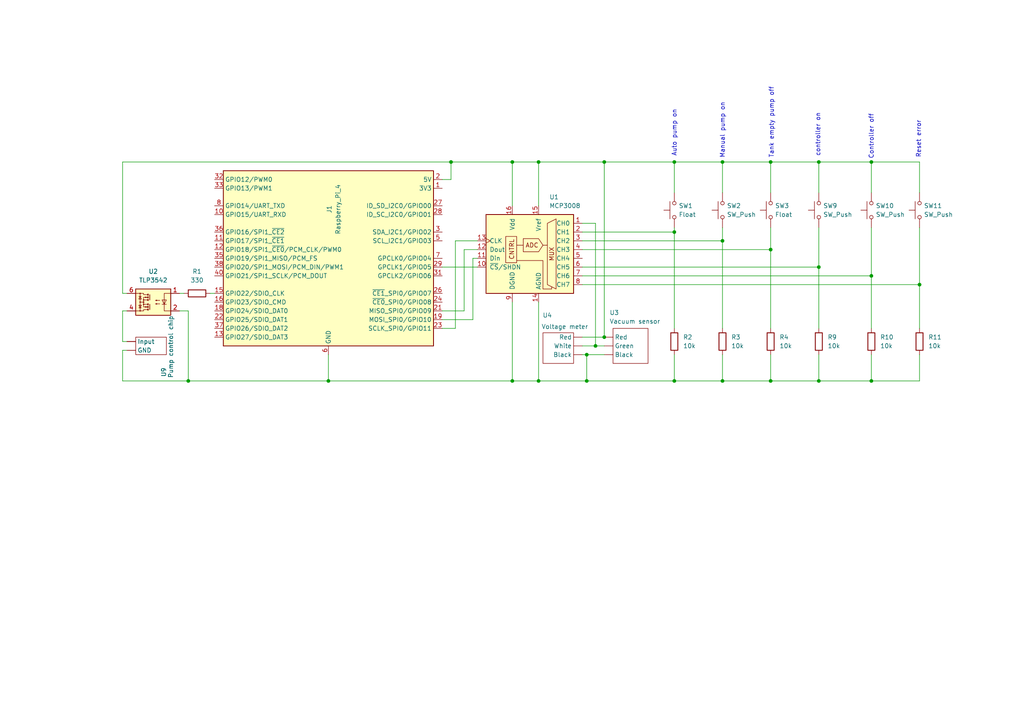
<source format=kicad_sch>
(kicad_sch
	(version 20250114)
	(generator "eeschema")
	(generator_version "9.0")
	(uuid "1b2f84d5-266a-4901-af4f-250e70ba90d8")
	(paper "A4")
	(lib_symbols
		(symbol "Analog_ADC:MCP3008"
			(pin_names
				(offset 1.016)
			)
			(exclude_from_sim no)
			(in_bom yes)
			(on_board yes)
			(property "Reference" "U"
				(at -5.08 13.335 0)
				(effects
					(font
						(size 1.27 1.27)
					)
					(justify right)
				)
			)
			(property "Value" "MCP3008"
				(at -5.08 11.43 0)
				(effects
					(font
						(size 1.27 1.27)
					)
					(justify right)
				)
			)
			(property "Footprint" ""
				(at 2.54 2.54 0)
				(effects
					(font
						(size 1.27 1.27)
					)
					(hide yes)
				)
			)
			(property "Datasheet" "http://ww1.microchip.com/downloads/en/DeviceDoc/21295d.pdf"
				(at 2.54 2.54 0)
				(effects
					(font
						(size 1.27 1.27)
					)
					(hide yes)
				)
			)
			(property "Description" "A/D Converter, 10-Bit, 8-Channel, SPI Interface , 2.7V-5.5V"
				(at 0 0 0)
				(effects
					(font
						(size 1.27 1.27)
					)
					(hide yes)
				)
			)
			(property "ki_keywords" "12bit ADC Reference Single Supply SPI 8CH"
				(at 0 0 0)
				(effects
					(font
						(size 1.27 1.27)
					)
					(hide yes)
				)
			)
			(property "ki_fp_filters" "DIP*W7.62mm* SOIC*3.9x9.9mm*P1.27mm*"
				(at 0 0 0)
				(effects
					(font
						(size 1.27 1.27)
					)
					(hide yes)
				)
			)
			(symbol "MCP3008_0_0"
				(text "MUX"
					(at -6.35 -1.27 900)
					(effects
						(font
							(size 1.27 1.27)
						)
					)
				)
				(text "ADC"
					(at -0.635 1.27 0)
					(effects
						(font
							(size 1.27 1.27)
						)
					)
				)
				(text "CNTRL"
					(at 5.969 -2.921 900)
					(effects
						(font
							(size 1.27 1.27)
						)
						(justify left bottom)
					)
				)
			)
			(symbol "MCP3008_0_1"
				(polyline
					(pts
						(xy -7.62 8.89) (xy -7.62 -11.43) (xy -5.08 -10.16) (xy -5.08 7.62) (xy -7.62 8.89)
					)
					(stroke
						(width 0)
						(type default)
					)
					(fill
						(type none)
					)
				)
				(polyline
					(pts
						(xy -3.81 1.27) (xy -5.08 1.27)
					)
					(stroke
						(width 0)
						(type default)
					)
					(fill
						(type none)
					)
				)
				(polyline
					(pts
						(xy 1.905 3.175) (xy 1.905 -0.635) (xy -2.54 -0.635) (xy -3.81 1.27) (xy -2.54 3.175) (xy 1.905 3.175)
					)
					(stroke
						(width 0)
						(type default)
					)
					(fill
						(type none)
					)
				)
				(polyline
					(pts
						(xy 1.905 1.27) (xy 3.81 1.27)
					)
					(stroke
						(width 0)
						(type default)
					)
					(fill
						(type none)
					)
				)
				(polyline
					(pts
						(xy 3.81 -3.175) (xy -3.81 -3.175) (xy -3.81 -11.43) (xy -6.35 -11.43) (xy -6.35 -10.795)
					)
					(stroke
						(width 0)
						(type default)
					)
					(fill
						(type none)
					)
				)
				(rectangle
					(start 3.81 -3.81)
					(end 6.985 3.81)
					(stroke
						(width 0)
						(type default)
					)
					(fill
						(type none)
					)
				)
				(rectangle
					(start 12.7 -12.7)
					(end -12.7 10.16)
					(stroke
						(width 0.254)
						(type default)
					)
					(fill
						(type background)
					)
				)
			)
			(symbol "MCP3008_1_1"
				(pin input line
					(at -15.24 7.62 0)
					(length 2.54)
					(name "CH0"
						(effects
							(font
								(size 1.27 1.27)
							)
						)
					)
					(number "1"
						(effects
							(font
								(size 1.27 1.27)
							)
						)
					)
				)
				(pin input line
					(at -15.24 5.08 0)
					(length 2.54)
					(name "CH1"
						(effects
							(font
								(size 1.27 1.27)
							)
						)
					)
					(number "2"
						(effects
							(font
								(size 1.27 1.27)
							)
						)
					)
				)
				(pin input line
					(at -15.24 2.54 0)
					(length 2.54)
					(name "CH2"
						(effects
							(font
								(size 1.27 1.27)
							)
						)
					)
					(number "3"
						(effects
							(font
								(size 1.27 1.27)
							)
						)
					)
				)
				(pin input line
					(at -15.24 0 0)
					(length 2.54)
					(name "CH3"
						(effects
							(font
								(size 1.27 1.27)
							)
						)
					)
					(number "4"
						(effects
							(font
								(size 1.27 1.27)
							)
						)
					)
				)
				(pin input line
					(at -15.24 -2.54 0)
					(length 2.54)
					(name "CH4"
						(effects
							(font
								(size 1.27 1.27)
							)
						)
					)
					(number "5"
						(effects
							(font
								(size 1.27 1.27)
							)
						)
					)
				)
				(pin input line
					(at -15.24 -5.08 0)
					(length 2.54)
					(name "CH5"
						(effects
							(font
								(size 1.27 1.27)
							)
						)
					)
					(number "6"
						(effects
							(font
								(size 1.27 1.27)
							)
						)
					)
				)
				(pin input line
					(at -15.24 -7.62 0)
					(length 2.54)
					(name "CH6"
						(effects
							(font
								(size 1.27 1.27)
							)
						)
					)
					(number "7"
						(effects
							(font
								(size 1.27 1.27)
							)
						)
					)
				)
				(pin input line
					(at -15.24 -10.16 0)
					(length 2.54)
					(name "CH7"
						(effects
							(font
								(size 1.27 1.27)
							)
						)
					)
					(number "8"
						(effects
							(font
								(size 1.27 1.27)
							)
						)
					)
				)
				(pin power_in line
					(at -2.54 12.7 270)
					(length 2.54)
					(name "Vref"
						(effects
							(font
								(size 1.27 1.27)
							)
						)
					)
					(number "15"
						(effects
							(font
								(size 1.27 1.27)
							)
						)
					)
				)
				(pin power_in line
					(at -2.54 -15.24 90)
					(length 2.54)
					(name "AGND"
						(effects
							(font
								(size 1.27 1.27)
							)
						)
					)
					(number "14"
						(effects
							(font
								(size 1.27 1.27)
							)
						)
					)
				)
				(pin power_in line
					(at 5.08 12.7 270)
					(length 2.54)
					(name "Vdd"
						(effects
							(font
								(size 1.27 1.27)
							)
						)
					)
					(number "16"
						(effects
							(font
								(size 1.27 1.27)
							)
						)
					)
				)
				(pin power_in line
					(at 5.08 -15.24 90)
					(length 2.54)
					(name "DGND"
						(effects
							(font
								(size 1.27 1.27)
							)
						)
					)
					(number "9"
						(effects
							(font
								(size 1.27 1.27)
							)
						)
					)
				)
				(pin input clock
					(at 15.24 2.54 180)
					(length 2.54)
					(name "CLK"
						(effects
							(font
								(size 1.27 1.27)
							)
						)
					)
					(number "13"
						(effects
							(font
								(size 1.27 1.27)
							)
						)
					)
				)
				(pin output line
					(at 15.24 0 180)
					(length 2.54)
					(name "Dout"
						(effects
							(font
								(size 1.27 1.27)
							)
						)
					)
					(number "12"
						(effects
							(font
								(size 1.27 1.27)
							)
						)
					)
				)
				(pin input line
					(at 15.24 -2.54 180)
					(length 2.54)
					(name "Din"
						(effects
							(font
								(size 1.27 1.27)
							)
						)
					)
					(number "11"
						(effects
							(font
								(size 1.27 1.27)
							)
						)
					)
				)
				(pin input line
					(at 15.24 -5.08 180)
					(length 2.54)
					(name "~{CS}/SHDN"
						(effects
							(font
								(size 1.27 1.27)
							)
						)
					)
					(number "10"
						(effects
							(font
								(size 1.27 1.27)
							)
						)
					)
				)
			)
			(embedded_fonts no)
		)
		(symbol "Connector:Raspberry_Pi_4"
			(exclude_from_sim no)
			(in_bom yes)
			(on_board yes)
			(property "Reference" "J"
				(at -17.526 48.768 0)
				(effects
					(font
						(size 1.27 1.27)
					)
					(justify left bottom)
				)
			)
			(property "Value" "Raspberry_Pi_4"
				(at 15.748 -26.416 0)
				(effects
					(font
						(size 1.27 1.27)
					)
					(justify left top)
				)
			)
			(property "Footprint" ""
				(at 70.104 -47.498 0)
				(effects
					(font
						(size 1.27 1.27)
					)
					(justify left)
					(hide yes)
				)
			)
			(property "Datasheet" "https://datasheets.raspberrypi.com/rpi4/raspberry-pi-4-datasheet.pdf"
				(at 15.748 -32.258 0)
				(effects
					(font
						(size 1.27 1.27)
					)
					(justify left)
					(hide yes)
				)
			)
			(property "Description" "Raspberry Pi 4 Model B"
				(at 15.748 -29.718 0)
				(effects
					(font
						(size 1.27 1.27)
					)
					(justify left)
					(hide yes)
				)
			)
			(property "ki_keywords" "SBC RPi"
				(at 0 0 0)
				(effects
					(font
						(size 1.27 1.27)
					)
					(hide yes)
				)
			)
			(property "ki_fp_filters" "PinHeader*2x20*P2.54mm*Vertical* PinSocket*2x20*P2.54mm*Vertical*"
				(at 0 0 0)
				(effects
					(font
						(size 1.27 1.27)
					)
					(hide yes)
				)
			)
			(symbol "Raspberry_Pi_4_0_1"
				(rectangle
					(start -30.48 25.4)
					(end 30.48 -25.4)
					(stroke
						(width 0.254)
						(type default)
					)
					(fill
						(type background)
					)
				)
			)
			(symbol "Raspberry_Pi_4_1_1"
				(pin bidirectional line
					(at -33.02 22.86 0)
					(length 2.54)
					(name "GPIO12/PWM0"
						(effects
							(font
								(size 1.27 1.27)
							)
						)
					)
					(number "32"
						(effects
							(font
								(size 1.27 1.27)
							)
						)
					)
				)
				(pin bidirectional line
					(at -33.02 20.32 0)
					(length 2.54)
					(name "GPIO13/PWM1"
						(effects
							(font
								(size 1.27 1.27)
							)
						)
					)
					(number "33"
						(effects
							(font
								(size 1.27 1.27)
							)
						)
					)
				)
				(pin bidirectional line
					(at -33.02 15.24 0)
					(length 2.54)
					(name "GPIO14/UART_TXD"
						(effects
							(font
								(size 1.27 1.27)
							)
						)
					)
					(number "8"
						(effects
							(font
								(size 1.27 1.27)
							)
						)
					)
				)
				(pin bidirectional line
					(at -33.02 12.7 0)
					(length 2.54)
					(name "GPIO15/UART_RXD"
						(effects
							(font
								(size 1.27 1.27)
							)
						)
					)
					(number "10"
						(effects
							(font
								(size 1.27 1.27)
							)
						)
					)
				)
				(pin bidirectional line
					(at -33.02 7.62 0)
					(length 2.54)
					(name "GPIO16/SPI1_~{CE2}"
						(effects
							(font
								(size 1.27 1.27)
							)
						)
					)
					(number "36"
						(effects
							(font
								(size 1.27 1.27)
							)
						)
					)
				)
				(pin bidirectional line
					(at -33.02 5.08 0)
					(length 2.54)
					(name "GPIO17/SPI1_~{CE1}"
						(effects
							(font
								(size 1.27 1.27)
							)
						)
					)
					(number "11"
						(effects
							(font
								(size 1.27 1.27)
							)
						)
					)
				)
				(pin bidirectional line
					(at -33.02 2.54 0)
					(length 2.54)
					(name "GPIO18/SPI1_~{CE0}/PCM_CLK/PWM0"
						(effects
							(font
								(size 1.27 1.27)
							)
						)
					)
					(number "12"
						(effects
							(font
								(size 1.27 1.27)
							)
						)
					)
				)
				(pin bidirectional line
					(at -33.02 0 0)
					(length 2.54)
					(name "GPIO19/SPI1_MISO/PCM_FS"
						(effects
							(font
								(size 1.27 1.27)
							)
						)
					)
					(number "35"
						(effects
							(font
								(size 1.27 1.27)
							)
						)
					)
				)
				(pin bidirectional line
					(at -33.02 -2.54 0)
					(length 2.54)
					(name "GPIO20/SPI1_MOSI/PCM_DIN/PWM1"
						(effects
							(font
								(size 1.27 1.27)
							)
						)
					)
					(number "38"
						(effects
							(font
								(size 1.27 1.27)
							)
						)
					)
				)
				(pin bidirectional line
					(at -33.02 -5.08 0)
					(length 2.54)
					(name "GPIO21/SPI1_SCLK/PCM_DOUT"
						(effects
							(font
								(size 1.27 1.27)
							)
						)
					)
					(number "40"
						(effects
							(font
								(size 1.27 1.27)
							)
						)
					)
				)
				(pin bidirectional line
					(at -33.02 -10.16 0)
					(length 2.54)
					(name "GPIO22/SDIO_CLK"
						(effects
							(font
								(size 1.27 1.27)
							)
						)
					)
					(number "15"
						(effects
							(font
								(size 1.27 1.27)
							)
						)
					)
				)
				(pin bidirectional line
					(at -33.02 -12.7 0)
					(length 2.54)
					(name "GPIO23/SDIO_CMD"
						(effects
							(font
								(size 1.27 1.27)
							)
						)
					)
					(number "16"
						(effects
							(font
								(size 1.27 1.27)
							)
						)
					)
				)
				(pin bidirectional line
					(at -33.02 -15.24 0)
					(length 2.54)
					(name "GPIO24/SDIO_DAT0"
						(effects
							(font
								(size 1.27 1.27)
							)
						)
					)
					(number "18"
						(effects
							(font
								(size 1.27 1.27)
							)
						)
					)
				)
				(pin bidirectional line
					(at -33.02 -17.78 0)
					(length 2.54)
					(name "GPIO25/SDIO_DAT1"
						(effects
							(font
								(size 1.27 1.27)
							)
						)
					)
					(number "22"
						(effects
							(font
								(size 1.27 1.27)
							)
						)
					)
				)
				(pin bidirectional line
					(at -33.02 -20.32 0)
					(length 2.54)
					(name "GPIO26/SDIO_DAT2"
						(effects
							(font
								(size 1.27 1.27)
							)
						)
					)
					(number "37"
						(effects
							(font
								(size 1.27 1.27)
							)
						)
					)
				)
				(pin bidirectional line
					(at -33.02 -22.86 0)
					(length 2.54)
					(name "GPIO27/SDIO_DAT3"
						(effects
							(font
								(size 1.27 1.27)
							)
						)
					)
					(number "13"
						(effects
							(font
								(size 1.27 1.27)
							)
						)
					)
				)
				(pin passive line
					(at 0 -27.94 90)
					(length 2.54)
					(hide yes)
					(name "GND"
						(effects
							(font
								(size 1.27 1.27)
							)
						)
					)
					(number "14"
						(effects
							(font
								(size 1.27 1.27)
							)
						)
					)
				)
				(pin passive line
					(at 0 -27.94 90)
					(length 2.54)
					(hide yes)
					(name "GND"
						(effects
							(font
								(size 1.27 1.27)
							)
						)
					)
					(number "20"
						(effects
							(font
								(size 1.27 1.27)
							)
						)
					)
				)
				(pin passive line
					(at 0 -27.94 90)
					(length 2.54)
					(hide yes)
					(name "GND"
						(effects
							(font
								(size 1.27 1.27)
							)
						)
					)
					(number "25"
						(effects
							(font
								(size 1.27 1.27)
							)
						)
					)
				)
				(pin passive line
					(at 0 -27.94 90)
					(length 2.54)
					(hide yes)
					(name "GND"
						(effects
							(font
								(size 1.27 1.27)
							)
						)
					)
					(number "30"
						(effects
							(font
								(size 1.27 1.27)
							)
						)
					)
				)
				(pin passive line
					(at 0 -27.94 90)
					(length 2.54)
					(hide yes)
					(name "GND"
						(effects
							(font
								(size 1.27 1.27)
							)
						)
					)
					(number "34"
						(effects
							(font
								(size 1.27 1.27)
							)
						)
					)
				)
				(pin passive line
					(at 0 -27.94 90)
					(length 2.54)
					(hide yes)
					(name "GND"
						(effects
							(font
								(size 1.27 1.27)
							)
						)
					)
					(number "39"
						(effects
							(font
								(size 1.27 1.27)
							)
						)
					)
				)
				(pin power_out line
					(at 0 -27.94 90)
					(length 2.54)
					(name "GND"
						(effects
							(font
								(size 1.27 1.27)
							)
						)
					)
					(number "6"
						(effects
							(font
								(size 1.27 1.27)
							)
						)
					)
				)
				(pin passive line
					(at 0 -27.94 90)
					(length 2.54)
					(hide yes)
					(name "GND"
						(effects
							(font
								(size 1.27 1.27)
							)
						)
					)
					(number "9"
						(effects
							(font
								(size 1.27 1.27)
							)
						)
					)
				)
				(pin power_out line
					(at 33.02 22.86 180)
					(length 2.54)
					(name "5V"
						(effects
							(font
								(size 1.27 1.27)
							)
						)
					)
					(number "2"
						(effects
							(font
								(size 1.27 1.27)
							)
						)
					)
				)
				(pin passive line
					(at 33.02 22.86 180)
					(length 2.54)
					(hide yes)
					(name "5V"
						(effects
							(font
								(size 1.27 1.27)
							)
						)
					)
					(number "4"
						(effects
							(font
								(size 1.27 1.27)
							)
						)
					)
				)
				(pin power_out line
					(at 33.02 20.32 180)
					(length 2.54)
					(name "3V3"
						(effects
							(font
								(size 1.27 1.27)
							)
						)
					)
					(number "1"
						(effects
							(font
								(size 1.27 1.27)
							)
						)
					)
				)
				(pin passive line
					(at 33.02 20.32 180)
					(length 2.54)
					(hide yes)
					(name "3V3"
						(effects
							(font
								(size 1.27 1.27)
							)
						)
					)
					(number "17"
						(effects
							(font
								(size 1.27 1.27)
							)
						)
					)
				)
				(pin bidirectional line
					(at 33.02 15.24 180)
					(length 2.54)
					(name "ID_SD_I2C0/GPIO00"
						(effects
							(font
								(size 1.27 1.27)
							)
						)
					)
					(number "27"
						(effects
							(font
								(size 1.27 1.27)
							)
						)
					)
				)
				(pin bidirectional line
					(at 33.02 12.7 180)
					(length 2.54)
					(name "ID_SC_I2C0/GPIO01"
						(effects
							(font
								(size 1.27 1.27)
							)
						)
					)
					(number "28"
						(effects
							(font
								(size 1.27 1.27)
							)
						)
					)
				)
				(pin bidirectional line
					(at 33.02 7.62 180)
					(length 2.54)
					(name "SDA_I2C1/GPIO02"
						(effects
							(font
								(size 1.27 1.27)
							)
						)
					)
					(number "3"
						(effects
							(font
								(size 1.27 1.27)
							)
						)
					)
				)
				(pin bidirectional line
					(at 33.02 5.08 180)
					(length 2.54)
					(name "SCL_I2C1/GPIO03"
						(effects
							(font
								(size 1.27 1.27)
							)
						)
					)
					(number "5"
						(effects
							(font
								(size 1.27 1.27)
							)
						)
					)
				)
				(pin bidirectional line
					(at 33.02 0 180)
					(length 2.54)
					(name "GPCLK0/GPIO04"
						(effects
							(font
								(size 1.27 1.27)
							)
						)
					)
					(number "7"
						(effects
							(font
								(size 1.27 1.27)
							)
						)
					)
				)
				(pin bidirectional line
					(at 33.02 -2.54 180)
					(length 2.54)
					(name "GPCLK1/GPIO05"
						(effects
							(font
								(size 1.27 1.27)
							)
						)
					)
					(number "29"
						(effects
							(font
								(size 1.27 1.27)
							)
						)
					)
				)
				(pin bidirectional line
					(at 33.02 -5.08 180)
					(length 2.54)
					(name "GPCLK2/GPIO06"
						(effects
							(font
								(size 1.27 1.27)
							)
						)
					)
					(number "31"
						(effects
							(font
								(size 1.27 1.27)
							)
						)
					)
				)
				(pin bidirectional line
					(at 33.02 -10.16 180)
					(length 2.54)
					(name "~{CE1}_SPI0/GPIO07"
						(effects
							(font
								(size 1.27 1.27)
							)
						)
					)
					(number "26"
						(effects
							(font
								(size 1.27 1.27)
							)
						)
					)
				)
				(pin bidirectional line
					(at 33.02 -12.7 180)
					(length 2.54)
					(name "~{CE0}_SPI0/GPIO08"
						(effects
							(font
								(size 1.27 1.27)
							)
						)
					)
					(number "24"
						(effects
							(font
								(size 1.27 1.27)
							)
						)
					)
				)
				(pin bidirectional line
					(at 33.02 -15.24 180)
					(length 2.54)
					(name "MISO_SPI0/GPIO09"
						(effects
							(font
								(size 1.27 1.27)
							)
						)
					)
					(number "21"
						(effects
							(font
								(size 1.27 1.27)
							)
						)
					)
				)
				(pin bidirectional line
					(at 33.02 -17.78 180)
					(length 2.54)
					(name "MOSI_SPI0/GPIO10"
						(effects
							(font
								(size 1.27 1.27)
							)
						)
					)
					(number "19"
						(effects
							(font
								(size 1.27 1.27)
							)
						)
					)
				)
				(pin bidirectional line
					(at 33.02 -20.32 180)
					(length 2.54)
					(name "SCLK_SPI0/GPIO11"
						(effects
							(font
								(size 1.27 1.27)
							)
						)
					)
					(number "23"
						(effects
							(font
								(size 1.27 1.27)
							)
						)
					)
				)
			)
			(embedded_fonts no)
		)
		(symbol "Device:R"
			(pin_numbers
				(hide yes)
			)
			(pin_names
				(offset 0)
			)
			(exclude_from_sim no)
			(in_bom yes)
			(on_board yes)
			(property "Reference" "R"
				(at 2.032 0 90)
				(effects
					(font
						(size 1.27 1.27)
					)
				)
			)
			(property "Value" "R"
				(at 0 0 90)
				(effects
					(font
						(size 1.27 1.27)
					)
				)
			)
			(property "Footprint" ""
				(at -1.778 0 90)
				(effects
					(font
						(size 1.27 1.27)
					)
					(hide yes)
				)
			)
			(property "Datasheet" "~"
				(at 0 0 0)
				(effects
					(font
						(size 1.27 1.27)
					)
					(hide yes)
				)
			)
			(property "Description" "Resistor"
				(at 0 0 0)
				(effects
					(font
						(size 1.27 1.27)
					)
					(hide yes)
				)
			)
			(property "ki_keywords" "R res resistor"
				(at 0 0 0)
				(effects
					(font
						(size 1.27 1.27)
					)
					(hide yes)
				)
			)
			(property "ki_fp_filters" "R_*"
				(at 0 0 0)
				(effects
					(font
						(size 1.27 1.27)
					)
					(hide yes)
				)
			)
			(symbol "R_0_1"
				(rectangle
					(start -1.016 -2.54)
					(end 1.016 2.54)
					(stroke
						(width 0.254)
						(type default)
					)
					(fill
						(type none)
					)
				)
			)
			(symbol "R_1_1"
				(pin passive line
					(at 0 3.81 270)
					(length 1.27)
					(name "~"
						(effects
							(font
								(size 1.27 1.27)
							)
						)
					)
					(number "1"
						(effects
							(font
								(size 1.27 1.27)
							)
						)
					)
				)
				(pin passive line
					(at 0 -3.81 90)
					(length 1.27)
					(name "~"
						(effects
							(font
								(size 1.27 1.27)
							)
						)
					)
					(number "2"
						(effects
							(font
								(size 1.27 1.27)
							)
						)
					)
				)
			)
			(embedded_fonts no)
		)
		(symbol "Relay_SolidState:TLP3542"
			(exclude_from_sim no)
			(in_bom yes)
			(on_board yes)
			(property "Reference" "U"
				(at -3.81 5.08 0)
				(effects
					(font
						(size 1.27 1.27)
					)
				)
			)
			(property "Value" "TLP3542"
				(at -1.27 -5.08 0)
				(effects
					(font
						(size 1.27 1.27)
					)
				)
			)
			(property "Footprint" "Package_DIP:DIP-5-6_W7.62mm"
				(at 0 -7.62 0)
				(effects
					(font
						(size 1.27 1.27)
					)
					(hide yes)
				)
			)
			(property "Datasheet" "https://toshiba.semicon-storage.com/info/docget.jsp?did=1284&prodName=TLP3542"
				(at 0 0 0)
				(effects
					(font
						(size 1.27 1.27)
					)
					(hide yes)
				)
			)
			(property "Description" "Photo MOSFET optically coupled, ON 4A, 50mohm, OFF state 20V, Isolation 2500 VRMS, DIP-5-6"
				(at 0 0 0)
				(effects
					(font
						(size 1.27 1.27)
					)
					(hide yes)
				)
			)
			(property "ki_keywords" "photocouplers photorelay solidstate relay normally opened (1-Form-A)"
				(at 0 0 0)
				(effects
					(font
						(size 1.27 1.27)
					)
					(hide yes)
				)
			)
			(property "ki_fp_filters" "DIP*W7.62mm*"
				(at 0 0 0)
				(effects
					(font
						(size 1.27 1.27)
					)
					(hide yes)
				)
			)
			(symbol "TLP3542_0_1"
				(rectangle
					(start -5.08 3.81)
					(end 5.08 -3.81)
					(stroke
						(width 0.254)
						(type default)
					)
					(fill
						(type background)
					)
				)
				(polyline
					(pts
						(xy -5.08 2.54) (xy -3.175 2.54) (xy -3.175 -2.54) (xy -5.08 -2.54)
					)
					(stroke
						(width 0)
						(type default)
					)
					(fill
						(type none)
					)
				)
				(polyline
					(pts
						(xy -3.81 -0.635) (xy -2.54 -0.635)
					)
					(stroke
						(width 0)
						(type default)
					)
					(fill
						(type none)
					)
				)
				(polyline
					(pts
						(xy -3.175 -0.635) (xy -3.81 0.635) (xy -2.54 0.635) (xy -3.175 -0.635)
					)
					(stroke
						(width 0)
						(type default)
					)
					(fill
						(type none)
					)
				)
				(polyline
					(pts
						(xy -1.905 0.508) (xy -0.635 0.508) (xy -1.016 0.381) (xy -1.016 0.635) (xy -0.635 0.508)
					)
					(stroke
						(width 0)
						(type default)
					)
					(fill
						(type none)
					)
				)
				(polyline
					(pts
						(xy -1.905 -0.508) (xy -0.635 -0.508) (xy -1.016 -0.635) (xy -1.016 -0.381) (xy -0.635 -0.508)
					)
					(stroke
						(width 0)
						(type default)
					)
					(fill
						(type none)
					)
				)
				(polyline
					(pts
						(xy 1.016 2.159) (xy 1.016 0.635)
					)
					(stroke
						(width 0.2032)
						(type default)
					)
					(fill
						(type none)
					)
				)
				(polyline
					(pts
						(xy 1.016 -0.635) (xy 1.016 -2.159)
					)
					(stroke
						(width 0.2032)
						(type default)
					)
					(fill
						(type none)
					)
				)
				(polyline
					(pts
						(xy 1.524 2.286) (xy 1.524 2.032) (xy 1.524 2.032)
					)
					(stroke
						(width 0.3556)
						(type default)
					)
					(fill
						(type none)
					)
				)
				(polyline
					(pts
						(xy 1.524 1.524) (xy 1.524 1.27) (xy 1.524 1.27)
					)
					(stroke
						(width 0.3556)
						(type default)
					)
					(fill
						(type none)
					)
				)
				(polyline
					(pts
						(xy 1.524 0.762) (xy 1.524 0.508) (xy 1.524 0.508)
					)
					(stroke
						(width 0.3556)
						(type default)
					)
					(fill
						(type none)
					)
				)
				(polyline
					(pts
						(xy 1.524 -0.508) (xy 1.524 -0.762)
					)
					(stroke
						(width 0.3556)
						(type default)
					)
					(fill
						(type none)
					)
				)
				(polyline
					(pts
						(xy 1.524 -1.27) (xy 1.524 -1.524) (xy 1.524 -1.524)
					)
					(stroke
						(width 0.3556)
						(type default)
					)
					(fill
						(type none)
					)
				)
				(polyline
					(pts
						(xy 1.524 -2.032) (xy 1.524 -2.286) (xy 1.524 -2.286)
					)
					(stroke
						(width 0.3556)
						(type default)
					)
					(fill
						(type none)
					)
				)
				(polyline
					(pts
						(xy 1.651 2.159) (xy 2.794 2.159) (xy 2.794 2.54) (xy 5.08 2.54)
					)
					(stroke
						(width 0)
						(type default)
					)
					(fill
						(type none)
					)
				)
				(polyline
					(pts
						(xy 1.651 1.397) (xy 2.794 1.397) (xy 2.794 0.635)
					)
					(stroke
						(width 0)
						(type default)
					)
					(fill
						(type none)
					)
				)
				(polyline
					(pts
						(xy 1.651 -0.635) (xy 2.794 -0.635) (xy 2.794 0.635) (xy 1.651 0.635)
					)
					(stroke
						(width 0)
						(type default)
					)
					(fill
						(type none)
					)
				)
				(polyline
					(pts
						(xy 1.651 -1.397) (xy 2.794 -1.397) (xy 2.794 -0.635)
					)
					(stroke
						(width 0)
						(type default)
					)
					(fill
						(type none)
					)
				)
				(polyline
					(pts
						(xy 1.651 -2.159) (xy 2.794 -2.159) (xy 2.794 -2.54) (xy 5.08 -2.54)
					)
					(stroke
						(width 0)
						(type default)
					)
					(fill
						(type none)
					)
				)
				(polyline
					(pts
						(xy 1.778 1.397) (xy 2.286 1.524) (xy 2.286 1.27) (xy 1.778 1.397)
					)
					(stroke
						(width 0)
						(type default)
					)
					(fill
						(type none)
					)
				)
				(polyline
					(pts
						(xy 1.778 -1.397) (xy 2.286 -1.27) (xy 2.286 -1.524) (xy 1.778 -1.397)
					)
					(stroke
						(width 0)
						(type default)
					)
					(fill
						(type none)
					)
				)
				(circle
					(center 2.794 0.635)
					(radius 0.127)
					(stroke
						(width 0)
						(type default)
					)
					(fill
						(type none)
					)
				)
				(polyline
					(pts
						(xy 2.794 0) (xy 3.81 0)
					)
					(stroke
						(width 0)
						(type default)
					)
					(fill
						(type none)
					)
				)
				(circle
					(center 2.794 0)
					(radius 0.127)
					(stroke
						(width 0)
						(type default)
					)
					(fill
						(type none)
					)
				)
				(circle
					(center 2.794 -0.635)
					(radius 0.127)
					(stroke
						(width 0)
						(type default)
					)
					(fill
						(type none)
					)
				)
				(polyline
					(pts
						(xy 3.429 1.651) (xy 4.191 1.651)
					)
					(stroke
						(width 0)
						(type default)
					)
					(fill
						(type none)
					)
				)
				(polyline
					(pts
						(xy 3.429 -1.651) (xy 4.191 -1.651)
					)
					(stroke
						(width 0)
						(type default)
					)
					(fill
						(type none)
					)
				)
				(circle
					(center 3.81 2.54)
					(radius 0.127)
					(stroke
						(width 0)
						(type default)
					)
					(fill
						(type none)
					)
				)
				(polyline
					(pts
						(xy 3.81 1.651) (xy 3.429 0.889) (xy 4.191 0.889) (xy 3.81 1.651)
					)
					(stroke
						(width 0)
						(type default)
					)
					(fill
						(type none)
					)
				)
				(circle
					(center 3.81 0)
					(radius 0.127)
					(stroke
						(width 0)
						(type default)
					)
					(fill
						(type none)
					)
				)
				(polyline
					(pts
						(xy 3.81 -1.651) (xy 3.429 -0.889) (xy 4.191 -0.889) (xy 3.81 -1.651)
					)
					(stroke
						(width 0)
						(type default)
					)
					(fill
						(type none)
					)
				)
				(polyline
					(pts
						(xy 3.81 -2.54) (xy 3.81 2.54)
					)
					(stroke
						(width 0)
						(type default)
					)
					(fill
						(type none)
					)
				)
				(circle
					(center 3.81 -2.54)
					(radius 0.127)
					(stroke
						(width 0)
						(type default)
					)
					(fill
						(type none)
					)
				)
			)
			(symbol "TLP3542_1_1"
				(pin passive line
					(at -7.62 2.54 0)
					(length 2.54)
					(name "~"
						(effects
							(font
								(size 1.27 1.27)
							)
						)
					)
					(number "1"
						(effects
							(font
								(size 1.27 1.27)
							)
						)
					)
				)
				(pin passive line
					(at -7.62 -2.54 0)
					(length 2.54)
					(name "~"
						(effects
							(font
								(size 1.27 1.27)
							)
						)
					)
					(number "2"
						(effects
							(font
								(size 1.27 1.27)
							)
						)
					)
				)
				(pin no_connect line
					(at -5.08 0 0)
					(length 2.54)
					(hide yes)
					(name "~"
						(effects
							(font
								(size 1.27 1.27)
							)
						)
					)
					(number "3"
						(effects
							(font
								(size 1.27 1.27)
							)
						)
					)
				)
				(pin passive line
					(at 7.62 2.54 180)
					(length 2.54)
					(name "~"
						(effects
							(font
								(size 1.27 1.27)
							)
						)
					)
					(number "6"
						(effects
							(font
								(size 1.27 1.27)
							)
						)
					)
				)
				(pin passive line
					(at 7.62 -2.54 180)
					(length 2.54)
					(name "~"
						(effects
							(font
								(size 1.27 1.27)
							)
						)
					)
					(number "4"
						(effects
							(font
								(size 1.27 1.27)
							)
						)
					)
				)
			)
			(embedded_fonts no)
		)
		(symbol "Switch:SW_Push"
			(pin_numbers
				(hide yes)
			)
			(pin_names
				(offset 1.016)
				(hide yes)
			)
			(exclude_from_sim no)
			(in_bom yes)
			(on_board yes)
			(property "Reference" "SW"
				(at 1.27 2.54 0)
				(effects
					(font
						(size 1.27 1.27)
					)
					(justify left)
				)
			)
			(property "Value" "SW_Push"
				(at 0 -1.524 0)
				(effects
					(font
						(size 1.27 1.27)
					)
				)
			)
			(property "Footprint" ""
				(at 0 5.08 0)
				(effects
					(font
						(size 1.27 1.27)
					)
					(hide yes)
				)
			)
			(property "Datasheet" "~"
				(at 0 5.08 0)
				(effects
					(font
						(size 1.27 1.27)
					)
					(hide yes)
				)
			)
			(property "Description" "Push button switch, generic, two pins"
				(at 0 0 0)
				(effects
					(font
						(size 1.27 1.27)
					)
					(hide yes)
				)
			)
			(property "ki_keywords" "switch normally-open pushbutton push-button"
				(at 0 0 0)
				(effects
					(font
						(size 1.27 1.27)
					)
					(hide yes)
				)
			)
			(symbol "SW_Push_0_1"
				(circle
					(center -2.032 0)
					(radius 0.508)
					(stroke
						(width 0)
						(type default)
					)
					(fill
						(type none)
					)
				)
				(polyline
					(pts
						(xy 0 1.27) (xy 0 3.048)
					)
					(stroke
						(width 0)
						(type default)
					)
					(fill
						(type none)
					)
				)
				(circle
					(center 2.032 0)
					(radius 0.508)
					(stroke
						(width 0)
						(type default)
					)
					(fill
						(type none)
					)
				)
				(polyline
					(pts
						(xy 2.54 1.27) (xy -2.54 1.27)
					)
					(stroke
						(width 0)
						(type default)
					)
					(fill
						(type none)
					)
				)
				(pin passive line
					(at -5.08 0 0)
					(length 2.54)
					(name "1"
						(effects
							(font
								(size 1.27 1.27)
							)
						)
					)
					(number "1"
						(effects
							(font
								(size 1.27 1.27)
							)
						)
					)
				)
				(pin passive line
					(at 5.08 0 180)
					(length 2.54)
					(name "2"
						(effects
							(font
								(size 1.27 1.27)
							)
						)
					)
					(number "2"
						(effects
							(font
								(size 1.27 1.27)
							)
						)
					)
				)
			)
			(embedded_fonts no)
		)
		(symbol "shm_symbols:Pump_control_chip"
			(exclude_from_sim no)
			(in_bom yes)
			(on_board yes)
			(property "Reference" "U"
				(at 0 0 0)
				(effects
					(font
						(size 1.27 1.27)
					)
				)
			)
			(property "Value" ""
				(at 0 0 0)
				(effects
					(font
						(size 1.27 1.27)
					)
				)
			)
			(property "Footprint" ""
				(at 0 0 0)
				(effects
					(font
						(size 1.27 1.27)
					)
					(hide yes)
				)
			)
			(property "Datasheet" ""
				(at 0 0 0)
				(effects
					(font
						(size 1.27 1.27)
					)
					(hide yes)
				)
			)
			(property "Description" ""
				(at 0 0 0)
				(effects
					(font
						(size 1.27 1.27)
					)
					(hide yes)
				)
			)
			(symbol "Pump_control_chip_0_1"
				(rectangle
					(start 0 -1.27)
					(end -8.89 -6.35)
					(stroke
						(width 0)
						(type default)
					)
					(fill
						(type none)
					)
				)
			)
			(symbol "Pump_control_chip_1_1"
				(pin input line
					(at 2.54 -2.54 180)
					(length 2.54)
					(name "Input"
						(effects
							(font
								(size 1.27 1.27)
							)
						)
					)
					(number ""
						(effects
							(font
								(size 1.27 1.27)
							)
						)
					)
				)
				(pin input line
					(at 2.54 -5.08 180)
					(length 2.54)
					(name "GND"
						(effects
							(font
								(size 1.27 1.27)
							)
						)
					)
					(number ""
						(effects
							(font
								(size 1.27 1.27)
							)
						)
					)
				)
			)
			(embedded_fonts no)
		)
		(symbol "shm_symbols:Vacuum_sensor"
			(exclude_from_sim no)
			(in_bom yes)
			(on_board yes)
			(property "Reference" "U"
				(at 0 0 0)
				(effects
					(font
						(size 1.27 1.27)
					)
				)
			)
			(property "Value" ""
				(at 0 0 0)
				(effects
					(font
						(size 1.27 1.27)
					)
				)
			)
			(property "Footprint" ""
				(at 0 0 0)
				(effects
					(font
						(size 1.27 1.27)
					)
					(hide yes)
				)
			)
			(property "Datasheet" ""
				(at 0 0 0)
				(effects
					(font
						(size 1.27 1.27)
					)
					(hide yes)
				)
			)
			(property "Description" ""
				(at 0 0 0)
				(effects
					(font
						(size 1.27 1.27)
					)
					(hide yes)
				)
			)
			(symbol "Vacuum_sensor_0_1"
				(rectangle
					(start 0 -2.54)
					(end 10.16 -12.7)
					(stroke
						(width 0)
						(type default)
					)
					(fill
						(type none)
					)
				)
			)
			(symbol "Vacuum_sensor_1_1"
				(pin input line
					(at -2.54 -5.08 0)
					(length 2.54)
					(name "Red"
						(effects
							(font
								(size 1.27 1.27)
							)
						)
					)
					(number ""
						(effects
							(font
								(size 1.27 1.27)
							)
						)
					)
				)
				(pin input line
					(at -2.54 -7.62 0)
					(length 2.54)
					(name "Green"
						(effects
							(font
								(size 1.27 1.27)
							)
						)
					)
					(number ""
						(effects
							(font
								(size 1.27 1.27)
							)
						)
					)
				)
				(pin input line
					(at -2.54 -10.16 0)
					(length 2.54)
					(name "Black"
						(effects
							(font
								(size 1.27 1.27)
							)
						)
					)
					(number ""
						(effects
							(font
								(size 1.27 1.27)
							)
						)
					)
				)
			)
			(embedded_fonts no)
		)
		(symbol "shm_symbols:Voltage_meter"
			(exclude_from_sim no)
			(in_bom yes)
			(on_board yes)
			(property "Reference" "U"
				(at 0 0 0)
				(effects
					(font
						(size 1.27 1.27)
					)
				)
			)
			(property "Value" ""
				(at 0 0 0)
				(effects
					(font
						(size 1.27 1.27)
					)
				)
			)
			(property "Footprint" ""
				(at 0 0 0)
				(effects
					(font
						(size 1.27 1.27)
					)
					(hide yes)
				)
			)
			(property "Datasheet" ""
				(at 0 0 0)
				(effects
					(font
						(size 1.27 1.27)
					)
					(hide yes)
				)
			)
			(property "Description" ""
				(at 0 0 0)
				(effects
					(font
						(size 1.27 1.27)
					)
					(hide yes)
				)
			)
			(symbol "Voltage_meter_0_1"
				(rectangle
					(start 0 -1.27)
					(end -8.89 -10.16)
					(stroke
						(width 0)
						(type default)
					)
					(fill
						(type none)
					)
				)
			)
			(symbol "Voltage_meter_1_1"
				(pin input line
					(at 2.54 -2.54 180)
					(length 2.54)
					(name "Red"
						(effects
							(font
								(size 1.27 1.27)
							)
						)
					)
					(number ""
						(effects
							(font
								(size 1.27 1.27)
							)
						)
					)
				)
				(pin input line
					(at 2.54 -5.08 180)
					(length 2.54)
					(name "White"
						(effects
							(font
								(size 1.27 1.27)
							)
						)
					)
					(number ""
						(effects
							(font
								(size 1.27 1.27)
							)
						)
					)
				)
				(pin input line
					(at 2.54 -7.62 180)
					(length 2.54)
					(name "Black"
						(effects
							(font
								(size 1.27 1.27)
							)
						)
					)
					(number ""
						(effects
							(font
								(size 1.27 1.27)
							)
						)
					)
				)
			)
			(embedded_fonts no)
		)
	)
	(text "controller on"
		(exclude_from_sim no)
		(at 237.236 39.116 90)
		(effects
			(font
				(size 1.27 1.27)
			)
		)
		(uuid "0b991f45-b792-4c64-9226-f534507cbddb")
	)
	(text "Reset error"
		(exclude_from_sim no)
		(at 266.446 40.386 90)
		(effects
			(font
				(size 1.27 1.27)
			)
		)
		(uuid "2476347d-9593-47fe-b573-d07e17c30c07")
	)
	(text "Controller off"
		(exclude_from_sim no)
		(at 252.73 39.624 90)
		(effects
			(font
				(size 1.27 1.27)
			)
		)
		(uuid "768614cb-01dd-4ddb-8c7a-678818cc326d")
	)
	(text "Tank empty pump off"
		(exclude_from_sim no)
		(at 223.774 35.56 90)
		(effects
			(font
				(size 1.27 1.27)
			)
		)
		(uuid "7d88eaa4-e0fe-45f4-9de3-9908a4c0cd37")
	)
	(text "Auto pump on"
		(exclude_from_sim no)
		(at 195.58 38.608 90)
		(effects
			(font
				(size 1.27 1.27)
			)
		)
		(uuid "e6a9417b-51dc-4506-a503-ca4dbda72e83")
	)
	(text "Manual pump on"
		(exclude_from_sim no)
		(at 209.55 37.846 90)
		(effects
			(font
				(size 1.27 1.27)
			)
		)
		(uuid "f3407658-2da9-4901-8850-1d29a191816c")
	)
	(junction
		(at 209.55 69.85)
		(diameter 0)
		(color 0 0 0 0)
		(uuid "07e82cc4-ccde-439a-af57-b0202632e344")
	)
	(junction
		(at 195.58 46.99)
		(diameter 0)
		(color 0 0 0 0)
		(uuid "0aa1814b-84eb-44f5-b608-06d746c4b9f9")
	)
	(junction
		(at 237.49 77.47)
		(diameter 0)
		(color 0 0 0 0)
		(uuid "0efa05ae-17a7-46a6-ae6e-c2e16b950ae2")
	)
	(junction
		(at 266.7 82.55)
		(diameter 0)
		(color 0 0 0 0)
		(uuid "23156ab4-7b7c-4ed5-b9b4-f6430e5030a4")
	)
	(junction
		(at 156.21 46.99)
		(diameter 0)
		(color 0 0 0 0)
		(uuid "2dd1e171-ed63-408c-832c-df3879ffdc66")
	)
	(junction
		(at 223.52 46.99)
		(diameter 0)
		(color 0 0 0 0)
		(uuid "3a991830-1182-42ac-9523-c8932150a9c0")
	)
	(junction
		(at 209.55 46.99)
		(diameter 0)
		(color 0 0 0 0)
		(uuid "3f03ca30-41dd-442e-a89f-4b70a0a3a896")
	)
	(junction
		(at 209.55 110.49)
		(diameter 0)
		(color 0 0 0 0)
		(uuid "474e0c3f-9b06-4526-b3e8-f5bfd096073f")
	)
	(junction
		(at 170.18 110.49)
		(diameter 0)
		(color 0 0 0 0)
		(uuid "6309f8de-a90a-44ef-be64-c1d1770f2ad8")
	)
	(junction
		(at 252.73 80.01)
		(diameter 0)
		(color 0 0 0 0)
		(uuid "65055193-49ea-487f-9fd8-5bf82d35c1ce")
	)
	(junction
		(at 54.61 110.49)
		(diameter 0)
		(color 0 0 0 0)
		(uuid "6a2ae88b-12c0-479f-a322-6ced11633883")
	)
	(junction
		(at 148.59 46.99)
		(diameter 0)
		(color 0 0 0 0)
		(uuid "727d2628-53a4-4461-b2fc-9745dfe4d349")
	)
	(junction
		(at 252.73 46.99)
		(diameter 0)
		(color 0 0 0 0)
		(uuid "88b31387-4b00-48b4-bea0-475dd7a87b51")
	)
	(junction
		(at 130.81 46.99)
		(diameter 0)
		(color 0 0 0 0)
		(uuid "9629aac5-be77-4bf5-8c6f-b6c0c35184d9")
	)
	(junction
		(at 95.25 110.49)
		(diameter 0)
		(color 0 0 0 0)
		(uuid "994ea73a-f72f-41dc-a2da-1534bd41b85b")
	)
	(junction
		(at 175.26 46.99)
		(diameter 0)
		(color 0 0 0 0)
		(uuid "9978aa10-a0a6-4446-b457-ebf5dcc61a94")
	)
	(junction
		(at 195.58 67.31)
		(diameter 0)
		(color 0 0 0 0)
		(uuid "99f2119a-71fd-49d4-b750-28845f39749a")
	)
	(junction
		(at 156.21 110.49)
		(diameter 0)
		(color 0 0 0 0)
		(uuid "a2457734-1389-499c-8ff6-19082f389d09")
	)
	(junction
		(at 175.26 97.79)
		(diameter 0)
		(color 0 0 0 0)
		(uuid "a7748f09-52eb-4eef-a972-2f72649dc7ce")
	)
	(junction
		(at 148.59 110.49)
		(diameter 0)
		(color 0 0 0 0)
		(uuid "ac837fdc-6272-4a38-9d18-cc46721b3b2b")
	)
	(junction
		(at 172.72 100.33)
		(diameter 0)
		(color 0 0 0 0)
		(uuid "ad1edc45-4406-4ac6-bfb2-b3a6b141dbac")
	)
	(junction
		(at 223.52 72.39)
		(diameter 0)
		(color 0 0 0 0)
		(uuid "b10b63d9-88c2-42ec-a623-f925f4c80a9a")
	)
	(junction
		(at 170.18 102.87)
		(diameter 0)
		(color 0 0 0 0)
		(uuid "ccb9f9f6-b7e4-4ea6-855a-7f14c2f49989")
	)
	(junction
		(at 252.73 110.49)
		(diameter 0)
		(color 0 0 0 0)
		(uuid "d3322ab1-d47f-48f5-acd8-e0fba869c00d")
	)
	(junction
		(at 195.58 110.49)
		(diameter 0)
		(color 0 0 0 0)
		(uuid "d6290e6c-776d-4ad5-a16c-8a97e9d173ed")
	)
	(junction
		(at 237.49 110.49)
		(diameter 0)
		(color 0 0 0 0)
		(uuid "e4b07fee-409f-4ec2-9096-91782b388958")
	)
	(junction
		(at 237.49 46.99)
		(diameter 0)
		(color 0 0 0 0)
		(uuid "f003f577-d26a-4f6b-9e46-162ba5c85c2b")
	)
	(junction
		(at 223.52 110.49)
		(diameter 0)
		(color 0 0 0 0)
		(uuid "fa352b83-aff2-453b-9aa7-40c9132ca2c3")
	)
	(wire
		(pts
			(xy 237.49 102.87) (xy 237.49 110.49)
		)
		(stroke
			(width 0)
			(type default)
		)
		(uuid "00a079bb-e891-4a32-83a1-cbe60f6d4566")
	)
	(wire
		(pts
			(xy 148.59 87.63) (xy 148.59 110.49)
		)
		(stroke
			(width 0)
			(type default)
		)
		(uuid "09614b8a-5ed4-45fe-bb5c-64ec23dd2fa4")
	)
	(wire
		(pts
			(xy 168.91 69.85) (xy 209.55 69.85)
		)
		(stroke
			(width 0)
			(type default)
		)
		(uuid "097719cf-a319-41d9-a70c-acfcc2d48f11")
	)
	(wire
		(pts
			(xy 209.55 110.49) (xy 223.52 110.49)
		)
		(stroke
			(width 0)
			(type default)
		)
		(uuid "152ec7e1-5ac5-474e-865d-14c32ff1fa5c")
	)
	(wire
		(pts
			(xy 223.52 46.99) (xy 237.49 46.99)
		)
		(stroke
			(width 0)
			(type default)
		)
		(uuid "1729e277-3b5b-4f5b-a1f2-21cecc66eaa8")
	)
	(wire
		(pts
			(xy 168.91 102.87) (xy 170.18 102.87)
		)
		(stroke
			(width 0)
			(type default)
		)
		(uuid "1958dce6-3f3e-49af-b4d0-04a49d9532d3")
	)
	(wire
		(pts
			(xy 156.21 46.99) (xy 156.21 59.69)
		)
		(stroke
			(width 0)
			(type default)
		)
		(uuid "1dedfcad-4dd8-4819-a08b-751a7f342076")
	)
	(wire
		(pts
			(xy 172.72 100.33) (xy 175.26 100.33)
		)
		(stroke
			(width 0)
			(type default)
		)
		(uuid "1ef34d5c-ab69-4878-9b17-cf068df20555")
	)
	(wire
		(pts
			(xy 237.49 46.99) (xy 237.49 55.88)
		)
		(stroke
			(width 0)
			(type default)
		)
		(uuid "21855383-9265-4584-9325-2e06978e104b")
	)
	(wire
		(pts
			(xy 35.56 90.17) (xy 35.56 99.06)
		)
		(stroke
			(width 0)
			(type default)
		)
		(uuid "21c435de-2d89-424a-a975-35f0bfdabfab")
	)
	(wire
		(pts
			(xy 156.21 110.49) (xy 170.18 110.49)
		)
		(stroke
			(width 0)
			(type default)
		)
		(uuid "248de0af-3f15-43c6-aa4b-bd492d1b4ba1")
	)
	(wire
		(pts
			(xy 168.91 72.39) (xy 223.52 72.39)
		)
		(stroke
			(width 0)
			(type default)
		)
		(uuid "2712b8c4-7cd9-4aa3-9d2d-f46024ed8390")
	)
	(wire
		(pts
			(xy 35.56 90.17) (xy 36.83 90.17)
		)
		(stroke
			(width 0)
			(type default)
		)
		(uuid "2ced6fce-2969-4c98-9f1d-ce16fcfa9a31")
	)
	(wire
		(pts
			(xy 252.73 80.01) (xy 252.73 95.25)
		)
		(stroke
			(width 0)
			(type default)
		)
		(uuid "2d608b0d-9502-4518-a451-ad382055c44a")
	)
	(wire
		(pts
			(xy 223.52 72.39) (xy 223.52 95.25)
		)
		(stroke
			(width 0)
			(type default)
		)
		(uuid "3516ef40-5d15-4254-b820-368fc9f77c48")
	)
	(wire
		(pts
			(xy 52.07 85.09) (xy 53.34 85.09)
		)
		(stroke
			(width 0)
			(type default)
		)
		(uuid "37174c76-f775-4a71-a44e-e6a11b85c727")
	)
	(wire
		(pts
			(xy 195.58 46.99) (xy 209.55 46.99)
		)
		(stroke
			(width 0)
			(type default)
		)
		(uuid "385d927a-1c85-48c1-86b5-8e8837c14291")
	)
	(wire
		(pts
			(xy 156.21 87.63) (xy 156.21 110.49)
		)
		(stroke
			(width 0)
			(type default)
		)
		(uuid "389e7810-be51-41a6-be76-b9935d6f682e")
	)
	(wire
		(pts
			(xy 195.58 67.31) (xy 195.58 95.25)
		)
		(stroke
			(width 0)
			(type default)
		)
		(uuid "3971eb43-e4f2-46d5-835c-c69b942a630e")
	)
	(wire
		(pts
			(xy 223.52 110.49) (xy 237.49 110.49)
		)
		(stroke
			(width 0)
			(type default)
		)
		(uuid "3d737e54-db29-43b9-b662-ed0a5f7eb2ff")
	)
	(wire
		(pts
			(xy 156.21 46.99) (xy 175.26 46.99)
		)
		(stroke
			(width 0)
			(type default)
		)
		(uuid "4019afc8-2d8d-4c36-904d-13b6d8173475")
	)
	(wire
		(pts
			(xy 54.61 90.17) (xy 52.07 90.17)
		)
		(stroke
			(width 0)
			(type default)
		)
		(uuid "4157301c-771f-41ba-80ef-aef3addcf5db")
	)
	(wire
		(pts
			(xy 54.61 90.17) (xy 54.61 110.49)
		)
		(stroke
			(width 0)
			(type default)
		)
		(uuid "42398625-6cf7-408b-aeaf-2f54cb8457a6")
	)
	(wire
		(pts
			(xy 252.73 46.99) (xy 266.7 46.99)
		)
		(stroke
			(width 0)
			(type default)
		)
		(uuid "436502a6-702a-45ef-9840-3897a710202f")
	)
	(wire
		(pts
			(xy 62.23 85.09) (xy 60.96 85.09)
		)
		(stroke
			(width 0)
			(type default)
		)
		(uuid "4ef820ee-0e67-4f1a-b9e6-2f6941a0b759")
	)
	(wire
		(pts
			(xy 209.55 66.04) (xy 209.55 69.85)
		)
		(stroke
			(width 0)
			(type default)
		)
		(uuid "5033e566-b2be-4154-a9b8-48ef59ef1b43")
	)
	(wire
		(pts
			(xy 95.25 110.49) (xy 95.25 102.87)
		)
		(stroke
			(width 0)
			(type default)
		)
		(uuid "53506064-f3ac-4ea7-98de-f7c95a06b616")
	)
	(wire
		(pts
			(xy 266.7 82.55) (xy 266.7 95.25)
		)
		(stroke
			(width 0)
			(type default)
		)
		(uuid "557aded1-0cbf-43b3-ac7d-4ebfc98e6eb3")
	)
	(wire
		(pts
			(xy 170.18 110.49) (xy 195.58 110.49)
		)
		(stroke
			(width 0)
			(type default)
		)
		(uuid "58927cfa-b021-4606-83c0-b1074780a152")
	)
	(wire
		(pts
			(xy 209.55 69.85) (xy 209.55 95.25)
		)
		(stroke
			(width 0)
			(type default)
		)
		(uuid "5a7b9912-5b3e-4602-99d8-81174a71e339")
	)
	(wire
		(pts
			(xy 209.55 46.99) (xy 223.52 46.99)
		)
		(stroke
			(width 0)
			(type default)
		)
		(uuid "5e357b71-42ac-45b4-8a34-99d5115e369b")
	)
	(wire
		(pts
			(xy 266.7 66.04) (xy 266.7 82.55)
		)
		(stroke
			(width 0)
			(type default)
		)
		(uuid "60988b13-431b-4489-8c8a-aee56d24096d")
	)
	(wire
		(pts
			(xy 195.58 66.04) (xy 195.58 67.31)
		)
		(stroke
			(width 0)
			(type default)
		)
		(uuid "66ebd8ed-90a7-4578-9b7a-4223658cb2b1")
	)
	(wire
		(pts
			(xy 168.91 77.47) (xy 237.49 77.47)
		)
		(stroke
			(width 0)
			(type default)
		)
		(uuid "67f75faa-fdd3-433d-8664-05d03783acd3")
	)
	(wire
		(pts
			(xy 252.73 46.99) (xy 252.73 55.88)
		)
		(stroke
			(width 0)
			(type default)
		)
		(uuid "695c00a5-dd3d-4072-bacc-0043fbe06197")
	)
	(wire
		(pts
			(xy 134.62 90.17) (xy 128.27 90.17)
		)
		(stroke
			(width 0)
			(type default)
		)
		(uuid "6cc11e82-79a3-4fe2-9557-978068c7301b")
	)
	(wire
		(pts
			(xy 252.73 66.04) (xy 252.73 80.01)
		)
		(stroke
			(width 0)
			(type default)
		)
		(uuid "6cca8ff6-5017-49ed-a4ed-60eb2d58794e")
	)
	(wire
		(pts
			(xy 35.56 110.49) (xy 54.61 110.49)
		)
		(stroke
			(width 0)
			(type default)
		)
		(uuid "717ebc92-3fd7-4239-a886-22b9de8b48da")
	)
	(wire
		(pts
			(xy 209.55 46.99) (xy 209.55 55.88)
		)
		(stroke
			(width 0)
			(type default)
		)
		(uuid "719dc762-e218-4440-bb8b-2c2cf4c2271d")
	)
	(wire
		(pts
			(xy 95.25 110.49) (xy 148.59 110.49)
		)
		(stroke
			(width 0)
			(type default)
		)
		(uuid "7aa98239-2100-427d-ae16-8963f60a1397")
	)
	(wire
		(pts
			(xy 128.27 77.47) (xy 138.43 77.47)
		)
		(stroke
			(width 0)
			(type default)
		)
		(uuid "7b1fa9ed-1938-4ced-b7fe-04948836bf62")
	)
	(wire
		(pts
			(xy 195.58 102.87) (xy 195.58 110.49)
		)
		(stroke
			(width 0)
			(type default)
		)
		(uuid "7b9e51d9-454a-44c9-9e4a-bbdc25a2e072")
	)
	(wire
		(pts
			(xy 252.73 110.49) (xy 266.7 110.49)
		)
		(stroke
			(width 0)
			(type default)
		)
		(uuid "7dcb61d1-12cf-4dc9-a8fc-b097f88bc4a0")
	)
	(wire
		(pts
			(xy 237.49 46.99) (xy 252.73 46.99)
		)
		(stroke
			(width 0)
			(type default)
		)
		(uuid "7f618ee5-00a8-4927-b5c2-239a6f05fa97")
	)
	(wire
		(pts
			(xy 266.7 55.88) (xy 266.7 46.99)
		)
		(stroke
			(width 0)
			(type default)
		)
		(uuid "819bde09-ca42-42fb-8827-a1e06ae75962")
	)
	(wire
		(pts
			(xy 175.26 46.99) (xy 195.58 46.99)
		)
		(stroke
			(width 0)
			(type default)
		)
		(uuid "83a5aaa1-39ff-4a88-b7c2-46fe87a6773b")
	)
	(wire
		(pts
			(xy 138.43 74.93) (xy 137.16 74.93)
		)
		(stroke
			(width 0)
			(type default)
		)
		(uuid "85a2f011-c9e4-41fd-88ee-fbcceead3b9b")
	)
	(wire
		(pts
			(xy 134.62 72.39) (xy 134.62 90.17)
		)
		(stroke
			(width 0)
			(type default)
		)
		(uuid "8ac041fa-349a-4b1b-92b7-548bd1b8db5e")
	)
	(wire
		(pts
			(xy 138.43 72.39) (xy 134.62 72.39)
		)
		(stroke
			(width 0)
			(type default)
		)
		(uuid "8aed8ff0-0bad-47ab-8e44-dab4217c83ea")
	)
	(wire
		(pts
			(xy 168.91 82.55) (xy 266.7 82.55)
		)
		(stroke
			(width 0)
			(type default)
		)
		(uuid "948c192e-8573-4e40-becd-b8878871f878")
	)
	(wire
		(pts
			(xy 237.49 110.49) (xy 252.73 110.49)
		)
		(stroke
			(width 0)
			(type default)
		)
		(uuid "9571fd4e-ec21-47af-aece-390d49f1b1ef")
	)
	(wire
		(pts
			(xy 168.91 80.01) (xy 252.73 80.01)
		)
		(stroke
			(width 0)
			(type default)
		)
		(uuid "96e47143-b71d-41e8-b2b7-7e8d0eb42339")
	)
	(wire
		(pts
			(xy 137.16 74.93) (xy 137.16 92.71)
		)
		(stroke
			(width 0)
			(type default)
		)
		(uuid "977c97fd-25bc-47d1-9661-9a86b58e6ab0")
	)
	(wire
		(pts
			(xy 54.61 110.49) (xy 95.25 110.49)
		)
		(stroke
			(width 0)
			(type default)
		)
		(uuid "9f2d8e6e-eb7c-4686-ae1a-9333535540a2")
	)
	(wire
		(pts
			(xy 35.56 85.09) (xy 35.56 46.99)
		)
		(stroke
			(width 0)
			(type default)
		)
		(uuid "a31e5262-f02a-4299-a3cc-5d87b4b3750a")
	)
	(wire
		(pts
			(xy 156.21 46.99) (xy 148.59 46.99)
		)
		(stroke
			(width 0)
			(type default)
		)
		(uuid "a96e680a-1010-49e3-ad1c-0370e04adcb4")
	)
	(wire
		(pts
			(xy 156.21 110.49) (xy 148.59 110.49)
		)
		(stroke
			(width 0)
			(type default)
		)
		(uuid "b15934c2-3413-4a59-ad5e-e2a23bd90b7e")
	)
	(wire
		(pts
			(xy 168.91 97.79) (xy 175.26 97.79)
		)
		(stroke
			(width 0)
			(type default)
		)
		(uuid "b23ea83f-f89f-4d7a-aabe-db684b76de2e")
	)
	(wire
		(pts
			(xy 252.73 102.87) (xy 252.73 110.49)
		)
		(stroke
			(width 0)
			(type default)
		)
		(uuid "b3a6928f-cfd9-48b9-8f0d-1f43f0c36c50")
	)
	(wire
		(pts
			(xy 138.43 69.85) (xy 132.08 69.85)
		)
		(stroke
			(width 0)
			(type default)
		)
		(uuid "b3c69c2f-d501-4e59-96d8-620a2645e95c")
	)
	(wire
		(pts
			(xy 168.91 67.31) (xy 195.58 67.31)
		)
		(stroke
			(width 0)
			(type default)
		)
		(uuid "b5d0eb00-67ff-4219-887c-0ffacadd8bd7")
	)
	(wire
		(pts
			(xy 175.26 46.99) (xy 175.26 97.79)
		)
		(stroke
			(width 0)
			(type default)
		)
		(uuid "c24653b6-a97a-41b0-b773-ef4fa8d79f3f")
	)
	(wire
		(pts
			(xy 35.56 99.06) (xy 36.83 99.06)
		)
		(stroke
			(width 0)
			(type default)
		)
		(uuid "c27ce4c6-99d8-4791-bdd1-4e8c04a0f652")
	)
	(wire
		(pts
			(xy 172.72 64.77) (xy 172.72 100.33)
		)
		(stroke
			(width 0)
			(type default)
		)
		(uuid "cee05541-12b6-4c15-8b09-485e4105b541")
	)
	(wire
		(pts
			(xy 237.49 66.04) (xy 237.49 77.47)
		)
		(stroke
			(width 0)
			(type default)
		)
		(uuid "d0ce6bc8-0628-4603-aa95-41048e56e3b7")
	)
	(wire
		(pts
			(xy 35.56 101.6) (xy 35.56 110.49)
		)
		(stroke
			(width 0)
			(type default)
		)
		(uuid "d2667543-9ac3-4bcc-a0ad-664dcd9057fd")
	)
	(wire
		(pts
			(xy 266.7 102.87) (xy 266.7 110.49)
		)
		(stroke
			(width 0)
			(type default)
		)
		(uuid "d78ba835-29d9-4499-968a-dae5a7c74404")
	)
	(wire
		(pts
			(xy 195.58 110.49) (xy 209.55 110.49)
		)
		(stroke
			(width 0)
			(type default)
		)
		(uuid "df1e2279-d6f1-4240-9adb-0b76eda91c0f")
	)
	(wire
		(pts
			(xy 170.18 102.87) (xy 175.26 102.87)
		)
		(stroke
			(width 0)
			(type default)
		)
		(uuid "e2a00855-5385-4b35-b72e-2f80bd625481")
	)
	(wire
		(pts
			(xy 128.27 52.07) (xy 130.81 52.07)
		)
		(stroke
			(width 0)
			(type default)
		)
		(uuid "e2eb7e9d-7ccb-481e-89d6-c941fc620d56")
	)
	(wire
		(pts
			(xy 168.91 100.33) (xy 172.72 100.33)
		)
		(stroke
			(width 0)
			(type default)
		)
		(uuid "e3345dae-019e-47d7-9807-24fc74f07761")
	)
	(wire
		(pts
			(xy 130.81 52.07) (xy 130.81 46.99)
		)
		(stroke
			(width 0)
			(type default)
		)
		(uuid "e42afb96-4ea5-4a32-b3d9-d5e3efa97c26")
	)
	(wire
		(pts
			(xy 237.49 77.47) (xy 237.49 95.25)
		)
		(stroke
			(width 0)
			(type default)
		)
		(uuid "e4b0b88a-dfd4-4614-b31e-b64a092aa6cc")
	)
	(wire
		(pts
			(xy 195.58 46.99) (xy 195.58 55.88)
		)
		(stroke
			(width 0)
			(type default)
		)
		(uuid "e7be06f7-a0ad-4e8d-ad16-9427e49c0e7a")
	)
	(wire
		(pts
			(xy 36.83 85.09) (xy 35.56 85.09)
		)
		(stroke
			(width 0)
			(type default)
		)
		(uuid "ebf10e08-4387-49a1-b80f-a33193bc16f6")
	)
	(wire
		(pts
			(xy 35.56 101.6) (xy 36.83 101.6)
		)
		(stroke
			(width 0)
			(type default)
		)
		(uuid "ec81dffb-4ad9-4fd1-ac23-da976a8aba3b")
	)
	(wire
		(pts
			(xy 35.56 46.99) (xy 130.81 46.99)
		)
		(stroke
			(width 0)
			(type default)
		)
		(uuid "efd84e66-24ef-47a5-8dd3-b3db1b74addc")
	)
	(wire
		(pts
			(xy 223.52 102.87) (xy 223.52 110.49)
		)
		(stroke
			(width 0)
			(type default)
		)
		(uuid "f0519fd2-a450-4b81-86f3-db42756b7c28")
	)
	(wire
		(pts
			(xy 132.08 69.85) (xy 132.08 95.25)
		)
		(stroke
			(width 0)
			(type default)
		)
		(uuid "f0ed41b2-fbab-416d-916e-5684d628f0b7")
	)
	(wire
		(pts
			(xy 223.52 46.99) (xy 223.52 55.88)
		)
		(stroke
			(width 0)
			(type default)
		)
		(uuid "f32a2a1a-17ec-4639-814d-f3d88a0e4669")
	)
	(wire
		(pts
			(xy 172.72 64.77) (xy 168.91 64.77)
		)
		(stroke
			(width 0)
			(type default)
		)
		(uuid "f379bb0c-b1f0-4313-941b-935a83af549e")
	)
	(wire
		(pts
			(xy 132.08 95.25) (xy 128.27 95.25)
		)
		(stroke
			(width 0)
			(type default)
		)
		(uuid "f3eb418b-e83e-458e-9b4d-08c3f63fdc59")
	)
	(wire
		(pts
			(xy 223.52 66.04) (xy 223.52 72.39)
		)
		(stroke
			(width 0)
			(type default)
		)
		(uuid "f4309589-99e9-49a7-93de-630b24278ed1")
	)
	(wire
		(pts
			(xy 170.18 102.87) (xy 170.18 110.49)
		)
		(stroke
			(width 0)
			(type default)
		)
		(uuid "f7bb5679-e576-4862-8c7b-6beb982fc3aa")
	)
	(wire
		(pts
			(xy 137.16 92.71) (xy 128.27 92.71)
		)
		(stroke
			(width 0)
			(type default)
		)
		(uuid "f9c14ddf-b7e9-4eaf-82c5-0c49cde53b0a")
	)
	(wire
		(pts
			(xy 130.81 46.99) (xy 148.59 46.99)
		)
		(stroke
			(width 0)
			(type default)
		)
		(uuid "fbc31902-0f83-4131-9ddc-2fb679fa7547")
	)
	(wire
		(pts
			(xy 148.59 46.99) (xy 148.59 59.69)
		)
		(stroke
			(width 0)
			(type default)
		)
		(uuid "fc669ac5-1529-4d50-802f-0750f79cbb05")
	)
	(wire
		(pts
			(xy 209.55 102.87) (xy 209.55 110.49)
		)
		(stroke
			(width 0)
			(type default)
		)
		(uuid "fd1c91a0-027c-4f04-92ab-e898f0eaa3c2")
	)
	(symbol
		(lib_id "Relay_SolidState:TLP3542")
		(at 44.45 87.63 0)
		(mirror y)
		(unit 1)
		(exclude_from_sim no)
		(in_bom yes)
		(on_board yes)
		(dnp no)
		(uuid "207bd3bd-f64f-44bd-aced-9f5e13522c71")
		(property "Reference" "U2"
			(at 44.45 78.74 0)
			(effects
				(font
					(size 1.27 1.27)
				)
			)
		)
		(property "Value" "TLP3542"
			(at 44.45 81.28 0)
			(effects
				(font
					(size 1.27 1.27)
				)
			)
		)
		(property "Footprint" "Package_DIP:DIP-5-6_W7.62mm"
			(at 44.45 95.25 0)
			(effects
				(font
					(size 1.27 1.27)
				)
				(hide yes)
			)
		)
		(property "Datasheet" "https://toshiba.semicon-storage.com/info/docget.jsp?did=1284&prodName=TLP3542"
			(at 44.45 87.63 0)
			(effects
				(font
					(size 1.27 1.27)
				)
				(hide yes)
			)
		)
		(property "Description" "Photo MOSFET optically coupled, ON 4A, 50mohm, OFF state 20V, Isolation 2500 VRMS, DIP-5-6"
			(at 44.45 87.63 0)
			(effects
				(font
					(size 1.27 1.27)
				)
				(hide yes)
			)
		)
		(pin "1"
			(uuid "2c125782-ae38-4cf2-b98f-0a370507ba2e")
		)
		(pin "2"
			(uuid "e40971bd-7e73-4512-9e60-8449970200b7")
		)
		(pin "3"
			(uuid "6d4bee37-9afa-4bd0-b8ee-ba67ca72b219")
		)
		(pin "6"
			(uuid "bdecb2a5-8706-4974-9caf-a39c533c764b")
		)
		(pin "4"
			(uuid "0161691b-cf3d-4106-b96e-afca9d635a57")
		)
		(instances
			(project ""
				(path "/1b2f84d5-266a-4901-af4f-250e70ba90d8"
					(reference "U2")
					(unit 1)
				)
			)
		)
	)
	(symbol
		(lib_id "Connector:Raspberry_Pi_4")
		(at 95.25 74.93 0)
		(unit 1)
		(exclude_from_sim no)
		(in_bom yes)
		(on_board yes)
		(dnp no)
		(uuid "30e2c5cc-2166-406f-aaf0-dfa48f952aa9")
		(property "Reference" "J1"
			(at 95.504 60.706 90)
			(effects
				(font
					(size 1.27 1.27)
				)
			)
		)
		(property "Value" "Raspberry_Pi_4"
			(at 98.044 60.706 90)
			(effects
				(font
					(size 1.27 1.27)
				)
			)
		)
		(property "Footprint" ""
			(at 165.354 122.428 0)
			(effects
				(font
					(size 1.27 1.27)
				)
				(justify left)
				(hide yes)
			)
		)
		(property "Datasheet" "https://datasheets.raspberrypi.com/rpi4/raspberry-pi-4-datasheet.pdf"
			(at 110.998 107.188 0)
			(effects
				(font
					(size 1.27 1.27)
				)
				(justify left)
				(hide yes)
			)
		)
		(property "Description" "Raspberry Pi 4 Model B"
			(at 110.998 104.648 0)
			(effects
				(font
					(size 1.27 1.27)
				)
				(justify left)
				(hide yes)
			)
		)
		(pin "37"
			(uuid "bc9f2718-3cc8-40ce-9c24-3a2449f01406")
		)
		(pin "36"
			(uuid "20ac16ab-a4b5-4c8b-8886-2ba241230474")
		)
		(pin "25"
			(uuid "d3bcde65-ae63-4ec8-a454-062827500462")
		)
		(pin "40"
			(uuid "5add335c-0128-4342-9135-770dd19a4fde")
		)
		(pin "16"
			(uuid "64cde508-d1f5-42d0-96f8-05f30b543a2c")
		)
		(pin "32"
			(uuid "6c5e1758-43e9-4867-984e-5807ff768861")
		)
		(pin "33"
			(uuid "b821dea5-89fc-4ed7-abe1-cd3b68b24d99")
		)
		(pin "10"
			(uuid "3be0d50f-083f-470f-bb2f-2d3009d806db")
		)
		(pin "11"
			(uuid "59cffd53-b170-45ff-afbe-f3c7047ba93a")
		)
		(pin "15"
			(uuid "99633d13-dc97-4947-a3c6-48be3ee2ed05")
		)
		(pin "18"
			(uuid "86241f6f-4dd1-4296-bc56-60c707c0bc2a")
		)
		(pin "22"
			(uuid "640f7762-82c5-4d99-a6b3-23ebdacc9f33")
		)
		(pin "8"
			(uuid "2805077d-7238-4a56-9811-0b5fd485242f")
		)
		(pin "12"
			(uuid "5dbb40cd-f353-4870-ace6-1fc01c814a34")
		)
		(pin "35"
			(uuid "85858293-cc74-4d05-baff-cfe4ba650b12")
		)
		(pin "38"
			(uuid "1f17d79c-7401-4f28-a1f7-997493715d07")
		)
		(pin "13"
			(uuid "46ec26d9-008b-41c0-83eb-67b7f9150990")
		)
		(pin "14"
			(uuid "c145b083-d6b8-4aa1-a8c4-9d92f445f23e")
		)
		(pin "20"
			(uuid "129633ae-3588-4324-8f6b-b09ad6ebb8d9")
		)
		(pin "34"
			(uuid "62ba1b1d-9ecc-4142-876b-fc3949288f20")
		)
		(pin "39"
			(uuid "13bd1628-3a2c-4bd8-8881-74a2445a87b3")
		)
		(pin "6"
			(uuid "c6ab317d-69fa-4995-a4f0-691c18733283")
		)
		(pin "30"
			(uuid "cbdfe712-9c77-4d9e-aa9a-cc207514cf8e")
		)
		(pin "9"
			(uuid "e6ba5aa4-edb1-4cda-af1b-5a12c3615538")
		)
		(pin "2"
			(uuid "e5a00c79-eb0a-4d5b-b17f-7243324d0cfa")
		)
		(pin "4"
			(uuid "58dbe8fe-632e-4574-beba-4124d007feb9")
		)
		(pin "21"
			(uuid "4fb9210e-fe13-4e56-a23f-24ccfaab0dcb")
		)
		(pin "24"
			(uuid "3375ae0e-0568-48bb-a99c-b652310c4cd8")
		)
		(pin "5"
			(uuid "60dfd302-8c3f-4423-aa65-5d66d2f290e6")
		)
		(pin "27"
			(uuid "2be615ec-0b28-47a8-a0c7-1e439bad1070")
		)
		(pin "3"
			(uuid "bc58fda7-6db0-4930-92bf-b6f4deda95c0")
		)
		(pin "29"
			(uuid "2514c006-75ae-4f94-b01c-d2e54197c202")
		)
		(pin "23"
			(uuid "2224713f-3ab5-4867-bac7-b6aa83178762")
		)
		(pin "1"
			(uuid "1f59452e-a173-4b6e-9a6f-45ed021f28c3")
		)
		(pin "17"
			(uuid "f680ef93-9b38-4bdc-8241-e2e8810143f5")
		)
		(pin "7"
			(uuid "ae4e93f7-36be-4728-af5b-06434b6649b2")
		)
		(pin "19"
			(uuid "2f0ad725-b071-4745-a832-62a8ab7fabd6")
		)
		(pin "28"
			(uuid "4dbec7f9-330e-46ed-a7c1-434c6d943302")
		)
		(pin "31"
			(uuid "859e6695-e37f-4c9b-8f6b-5e2a9756ac41")
		)
		(pin "26"
			(uuid "e9cc705f-5489-4bc7-a19a-9a9d4448f18b")
		)
		(instances
			(project ""
				(path "/1b2f84d5-266a-4901-af4f-250e70ba90d8"
					(reference "J1")
					(unit 1)
				)
			)
		)
	)
	(symbol
		(lib_id "Switch:SW_Push")
		(at 252.73 60.96 90)
		(unit 1)
		(exclude_from_sim no)
		(in_bom yes)
		(on_board yes)
		(dnp no)
		(fields_autoplaced yes)
		(uuid "351b0719-1417-44fb-b850-ee59327b1500")
		(property "Reference" "SW10"
			(at 254 59.6899 90)
			(effects
				(font
					(size 1.27 1.27)
				)
				(justify right)
			)
		)
		(property "Value" "SW_Push"
			(at 254 62.2299 90)
			(effects
				(font
					(size 1.27 1.27)
				)
				(justify right)
			)
		)
		(property "Footprint" ""
			(at 247.65 60.96 0)
			(effects
				(font
					(size 1.27 1.27)
				)
				(hide yes)
			)
		)
		(property "Datasheet" "~"
			(at 247.65 60.96 0)
			(effects
				(font
					(size 1.27 1.27)
				)
				(hide yes)
			)
		)
		(property "Description" "Push button switch, generic, two pins"
			(at 252.73 60.96 0)
			(effects
				(font
					(size 1.27 1.27)
				)
				(hide yes)
			)
		)
		(pin "1"
			(uuid "84ed9a0d-c781-4d7b-a008-9d5a75f44c22")
		)
		(pin "2"
			(uuid "72f7fb4a-6ee0-417e-b9b3-5c829cc142b2")
		)
		(instances
			(project "pump_pi"
				(path "/1b2f84d5-266a-4901-af4f-250e70ba90d8"
					(reference "SW10")
					(unit 1)
				)
			)
		)
	)
	(symbol
		(lib_id "Device:R")
		(at 223.52 99.06 180)
		(unit 1)
		(exclude_from_sim no)
		(in_bom yes)
		(on_board yes)
		(dnp no)
		(fields_autoplaced yes)
		(uuid "3d8b1c6f-d719-4be0-a965-c183eb28566a")
		(property "Reference" "R4"
			(at 226.06 97.7899 0)
			(effects
				(font
					(size 1.27 1.27)
				)
				(justify right)
			)
		)
		(property "Value" "10k"
			(at 226.06 100.3299 0)
			(effects
				(font
					(size 1.27 1.27)
				)
				(justify right)
			)
		)
		(property "Footprint" ""
			(at 225.298 99.06 90)
			(effects
				(font
					(size 1.27 1.27)
				)
				(hide yes)
			)
		)
		(property "Datasheet" "~"
			(at 223.52 99.06 0)
			(effects
				(font
					(size 1.27 1.27)
				)
				(hide yes)
			)
		)
		(property "Description" "Resistor"
			(at 223.52 99.06 0)
			(effects
				(font
					(size 1.27 1.27)
				)
				(hide yes)
			)
		)
		(pin "1"
			(uuid "ed62daa3-cd74-4d4e-acd1-6cf7dccf1dcc")
		)
		(pin "2"
			(uuid "48455343-1ca3-4f8c-83c1-be3567c06292")
		)
		(instances
			(project "pump_pi"
				(path "/1b2f84d5-266a-4901-af4f-250e70ba90d8"
					(reference "R4")
					(unit 1)
				)
			)
		)
	)
	(symbol
		(lib_id "Device:R")
		(at 266.7 99.06 180)
		(unit 1)
		(exclude_from_sim no)
		(in_bom yes)
		(on_board yes)
		(dnp no)
		(fields_autoplaced yes)
		(uuid "5c2f3e80-b998-4a65-a3c0-43934472985f")
		(property "Reference" "R11"
			(at 269.24 97.7899 0)
			(effects
				(font
					(size 1.27 1.27)
				)
				(justify right)
			)
		)
		(property "Value" "10k"
			(at 269.24 100.3299 0)
			(effects
				(font
					(size 1.27 1.27)
				)
				(justify right)
			)
		)
		(property "Footprint" ""
			(at 268.478 99.06 90)
			(effects
				(font
					(size 1.27 1.27)
				)
				(hide yes)
			)
		)
		(property "Datasheet" "~"
			(at 266.7 99.06 0)
			(effects
				(font
					(size 1.27 1.27)
				)
				(hide yes)
			)
		)
		(property "Description" "Resistor"
			(at 266.7 99.06 0)
			(effects
				(font
					(size 1.27 1.27)
				)
				(hide yes)
			)
		)
		(pin "1"
			(uuid "5b8e5c53-006c-4052-9299-204156d5dc26")
		)
		(pin "2"
			(uuid "75db50d5-933c-47bb-8dcb-e440f08f33d7")
		)
		(instances
			(project "pump_pi"
				(path "/1b2f84d5-266a-4901-af4f-250e70ba90d8"
					(reference "R11")
					(unit 1)
				)
			)
		)
	)
	(symbol
		(lib_id "Device:R")
		(at 252.73 99.06 180)
		(unit 1)
		(exclude_from_sim no)
		(in_bom yes)
		(on_board yes)
		(dnp no)
		(fields_autoplaced yes)
		(uuid "601de0ea-4c2a-40b7-aa40-faca7ca34e43")
		(property "Reference" "R10"
			(at 255.27 97.7899 0)
			(effects
				(font
					(size 1.27 1.27)
				)
				(justify right)
			)
		)
		(property "Value" "10k"
			(at 255.27 100.3299 0)
			(effects
				(font
					(size 1.27 1.27)
				)
				(justify right)
			)
		)
		(property "Footprint" ""
			(at 254.508 99.06 90)
			(effects
				(font
					(size 1.27 1.27)
				)
				(hide yes)
			)
		)
		(property "Datasheet" "~"
			(at 252.73 99.06 0)
			(effects
				(font
					(size 1.27 1.27)
				)
				(hide yes)
			)
		)
		(property "Description" "Resistor"
			(at 252.73 99.06 0)
			(effects
				(font
					(size 1.27 1.27)
				)
				(hide yes)
			)
		)
		(pin "1"
			(uuid "4d879942-84e4-4302-bd9a-77278df43492")
		)
		(pin "2"
			(uuid "9d32a3fd-3c85-4484-a672-4f4a89542842")
		)
		(instances
			(project "pump_pi"
				(path "/1b2f84d5-266a-4901-af4f-250e70ba90d8"
					(reference "R10")
					(unit 1)
				)
			)
		)
	)
	(symbol
		(lib_id "Analog_ADC:MCP3008")
		(at 153.67 72.39 0)
		(mirror y)
		(unit 1)
		(exclude_from_sim no)
		(in_bom yes)
		(on_board yes)
		(dnp no)
		(fields_autoplaced yes)
		(uuid "65b35a13-59d7-435b-b022-fd666c7e65a2")
		(property "Reference" "U1"
			(at 159.3281 57.15 0)
			(effects
				(font
					(size 1.27 1.27)
				)
				(justify right)
			)
		)
		(property "Value" "MCP3008"
			(at 159.3281 59.69 0)
			(effects
				(font
					(size 1.27 1.27)
				)
				(justify right)
			)
		)
		(property "Footprint" ""
			(at 151.13 69.85 0)
			(effects
				(font
					(size 1.27 1.27)
				)
				(hide yes)
			)
		)
		(property "Datasheet" "http://ww1.microchip.com/downloads/en/DeviceDoc/21295d.pdf"
			(at 151.13 69.85 0)
			(effects
				(font
					(size 1.27 1.27)
				)
				(hide yes)
			)
		)
		(property "Description" "A/D Converter, 10-Bit, 8-Channel, SPI Interface , 2.7V-5.5V"
			(at 153.67 72.39 0)
			(effects
				(font
					(size 1.27 1.27)
				)
				(hide yes)
			)
		)
		(pin "11"
			(uuid "aa604348-5d88-470c-92fb-6970ec235fe2")
		)
		(pin "10"
			(uuid "ac34a251-a6e2-4884-9746-29f960043af1")
		)
		(pin "14"
			(uuid "a9923cc7-5b00-40cf-a199-e199fbfacc14")
		)
		(pin "7"
			(uuid "6e30469b-18b2-466a-913a-c2312387edc3")
		)
		(pin "13"
			(uuid "4ef2e919-4ad8-47e2-8246-b9ab12f24704")
		)
		(pin "1"
			(uuid "33258e66-0f87-41ce-8221-c985359a4ae1")
		)
		(pin "4"
			(uuid "b134796c-3526-4ab6-82d9-ccb352ef3a69")
		)
		(pin "3"
			(uuid "b1a6e267-b731-4f3e-bb1f-ebf705c56b6c")
		)
		(pin "5"
			(uuid "9eba016b-8692-4768-bd10-963871092642")
		)
		(pin "15"
			(uuid "fd740aca-8838-4e1a-8517-3b83ff896d96")
		)
		(pin "6"
			(uuid "61af2833-368d-4c64-b64d-e44b0ecdf410")
		)
		(pin "8"
			(uuid "7ccc9ab4-0972-45ab-b58c-f83163319c6e")
		)
		(pin "2"
			(uuid "761aec24-dc5a-4c99-ad0f-8bb05140bc4f")
		)
		(pin "12"
			(uuid "898b1949-217a-4a4e-8278-192f7f639bb6")
		)
		(pin "16"
			(uuid "3b399b54-3636-4cd2-a8e0-05b11c066e35")
		)
		(pin "9"
			(uuid "d5c1c91c-ae89-4103-a196-155fdd29c214")
		)
		(instances
			(project ""
				(path "/1b2f84d5-266a-4901-af4f-250e70ba90d8"
					(reference "U1")
					(unit 1)
				)
			)
		)
	)
	(symbol
		(lib_id "Switch:SW_Push")
		(at 209.55 60.96 90)
		(unit 1)
		(exclude_from_sim no)
		(in_bom yes)
		(on_board yes)
		(dnp no)
		(fields_autoplaced yes)
		(uuid "6a460bd8-54bf-464d-9622-8fa79852922c")
		(property "Reference" "SW2"
			(at 210.82 59.6899 90)
			(effects
				(font
					(size 1.27 1.27)
				)
				(justify right)
			)
		)
		(property "Value" "SW_Push"
			(at 210.82 62.2299 90)
			(effects
				(font
					(size 1.27 1.27)
				)
				(justify right)
			)
		)
		(property "Footprint" ""
			(at 204.47 60.96 0)
			(effects
				(font
					(size 1.27 1.27)
				)
				(hide yes)
			)
		)
		(property "Datasheet" "~"
			(at 204.47 60.96 0)
			(effects
				(font
					(size 1.27 1.27)
				)
				(hide yes)
			)
		)
		(property "Description" "Push button switch, generic, two pins"
			(at 209.55 60.96 0)
			(effects
				(font
					(size 1.27 1.27)
				)
				(hide yes)
			)
		)
		(pin "1"
			(uuid "261ae9dc-260e-4e28-bf15-f95f2de7f0a8")
		)
		(pin "2"
			(uuid "1a686482-b614-42f6-b43b-9f0dada522e8")
		)
		(instances
			(project "pump_pi"
				(path "/1b2f84d5-266a-4901-af4f-250e70ba90d8"
					(reference "SW2")
					(unit 1)
				)
			)
		)
	)
	(symbol
		(lib_id "Switch:SW_Push")
		(at 237.49 60.96 90)
		(unit 1)
		(exclude_from_sim no)
		(in_bom yes)
		(on_board yes)
		(dnp no)
		(fields_autoplaced yes)
		(uuid "7d846c0b-5884-46ed-afcb-15c55bb1edbd")
		(property "Reference" "SW9"
			(at 238.76 59.6899 90)
			(effects
				(font
					(size 1.27 1.27)
				)
				(justify right)
			)
		)
		(property "Value" "SW_Push"
			(at 238.76 62.2299 90)
			(effects
				(font
					(size 1.27 1.27)
				)
				(justify right)
			)
		)
		(property "Footprint" ""
			(at 232.41 60.96 0)
			(effects
				(font
					(size 1.27 1.27)
				)
				(hide yes)
			)
		)
		(property "Datasheet" "~"
			(at 232.41 60.96 0)
			(effects
				(font
					(size 1.27 1.27)
				)
				(hide yes)
			)
		)
		(property "Description" "Push button switch, generic, two pins"
			(at 237.49 60.96 0)
			(effects
				(font
					(size 1.27 1.27)
				)
				(hide yes)
			)
		)
		(pin "1"
			(uuid "892ed04f-c614-450d-9333-77f2c8dd6a2c")
		)
		(pin "2"
			(uuid "f43fc4be-7ce1-452d-a712-356b7f8cd78e")
		)
		(instances
			(project "pump_pi"
				(path "/1b2f84d5-266a-4901-af4f-250e70ba90d8"
					(reference "SW9")
					(unit 1)
				)
			)
		)
	)
	(symbol
		(lib_id "Switch:SW_Push")
		(at 266.7 60.96 90)
		(unit 1)
		(exclude_from_sim no)
		(in_bom yes)
		(on_board yes)
		(dnp no)
		(fields_autoplaced yes)
		(uuid "80b753ce-659d-4987-916e-96f1bf2f39ea")
		(property "Reference" "SW11"
			(at 267.97 59.6899 90)
			(effects
				(font
					(size 1.27 1.27)
				)
				(justify right)
			)
		)
		(property "Value" "SW_Push"
			(at 267.97 62.2299 90)
			(effects
				(font
					(size 1.27 1.27)
				)
				(justify right)
			)
		)
		(property "Footprint" ""
			(at 261.62 60.96 0)
			(effects
				(font
					(size 1.27 1.27)
				)
				(hide yes)
			)
		)
		(property "Datasheet" "~"
			(at 261.62 60.96 0)
			(effects
				(font
					(size 1.27 1.27)
				)
				(hide yes)
			)
		)
		(property "Description" "Push button switch, generic, two pins"
			(at 266.7 60.96 0)
			(effects
				(font
					(size 1.27 1.27)
				)
				(hide yes)
			)
		)
		(pin "1"
			(uuid "af483a6b-b795-47b7-a284-c04a073fad4c")
		)
		(pin "2"
			(uuid "0dced4be-b401-498f-b1f9-f82f45597c14")
		)
		(instances
			(project "pump_pi"
				(path "/1b2f84d5-266a-4901-af4f-250e70ba90d8"
					(reference "SW11")
					(unit 1)
				)
			)
		)
	)
	(symbol
		(lib_id "Device:R")
		(at 195.58 99.06 180)
		(unit 1)
		(exclude_from_sim no)
		(in_bom yes)
		(on_board yes)
		(dnp no)
		(fields_autoplaced yes)
		(uuid "8a06b912-4c68-4fc1-b9d7-dfe4d7781b08")
		(property "Reference" "R2"
			(at 198.12 97.7899 0)
			(effects
				(font
					(size 1.27 1.27)
				)
				(justify right)
			)
		)
		(property "Value" "10k"
			(at 198.12 100.3299 0)
			(effects
				(font
					(size 1.27 1.27)
				)
				(justify right)
			)
		)
		(property "Footprint" ""
			(at 197.358 99.06 90)
			(effects
				(font
					(size 1.27 1.27)
				)
				(hide yes)
			)
		)
		(property "Datasheet" "~"
			(at 195.58 99.06 0)
			(effects
				(font
					(size 1.27 1.27)
				)
				(hide yes)
			)
		)
		(property "Description" "Resistor"
			(at 195.58 99.06 0)
			(effects
				(font
					(size 1.27 1.27)
				)
				(hide yes)
			)
		)
		(pin "1"
			(uuid "0f12a665-4833-4f98-bcf2-5f290ac64f64")
		)
		(pin "2"
			(uuid "15983a11-933c-4ce4-9e7e-205299b99240")
		)
		(instances
			(project "pump_pi"
				(path "/1b2f84d5-266a-4901-af4f-250e70ba90d8"
					(reference "R2")
					(unit 1)
				)
			)
		)
	)
	(symbol
		(lib_id "Device:R")
		(at 209.55 99.06 180)
		(unit 1)
		(exclude_from_sim no)
		(in_bom yes)
		(on_board yes)
		(dnp no)
		(fields_autoplaced yes)
		(uuid "8c5f1f8e-8848-4144-b0c1-f9b5b7bda517")
		(property "Reference" "R3"
			(at 212.09 97.7899 0)
			(effects
				(font
					(size 1.27 1.27)
				)
				(justify right)
			)
		)
		(property "Value" "10k"
			(at 212.09 100.3299 0)
			(effects
				(font
					(size 1.27 1.27)
				)
				(justify right)
			)
		)
		(property "Footprint" ""
			(at 211.328 99.06 90)
			(effects
				(font
					(size 1.27 1.27)
				)
				(hide yes)
			)
		)
		(property "Datasheet" "~"
			(at 209.55 99.06 0)
			(effects
				(font
					(size 1.27 1.27)
				)
				(hide yes)
			)
		)
		(property "Description" "Resistor"
			(at 209.55 99.06 0)
			(effects
				(font
					(size 1.27 1.27)
				)
				(hide yes)
			)
		)
		(pin "1"
			(uuid "70b67642-1a15-4fdf-9245-de2c0785bcbe")
		)
		(pin "2"
			(uuid "4d0c10c6-2258-4644-aec0-ae6f6984aeb5")
		)
		(instances
			(project "pump_pi"
				(path "/1b2f84d5-266a-4901-af4f-250e70ba90d8"
					(reference "R3")
					(unit 1)
				)
			)
		)
	)
	(symbol
		(lib_id "shm_symbols:Vacuum_sensor")
		(at 177.8 92.71 0)
		(unit 1)
		(exclude_from_sim no)
		(in_bom yes)
		(on_board yes)
		(dnp no)
		(uuid "b5da226d-9671-4da1-ad8d-e8552a1277f8")
		(property "Reference" "U3"
			(at 176.784 90.678 0)
			(effects
				(font
					(size 1.27 1.27)
				)
				(justify left)
			)
		)
		(property "Value" "Vacuum sensor"
			(at 176.784 93.218 0)
			(effects
				(font
					(size 1.27 1.27)
				)
				(justify left)
			)
		)
		(property "Footprint" ""
			(at 177.8 92.71 0)
			(effects
				(font
					(size 1.27 1.27)
				)
				(hide yes)
			)
		)
		(property "Datasheet" ""
			(at 177.8 92.71 0)
			(effects
				(font
					(size 1.27 1.27)
				)
				(hide yes)
			)
		)
		(property "Description" ""
			(at 177.8 92.71 0)
			(effects
				(font
					(size 1.27 1.27)
				)
				(hide yes)
			)
		)
		(pin ""
			(uuid "c4ac8108-c9de-4543-8f23-07646e16d1e0")
		)
		(pin ""
			(uuid "a7286bc7-39fd-4768-9cbf-18375cd8ef77")
		)
		(pin ""
			(uuid "aad7da78-e866-4b89-9a83-6362879db761")
		)
		(instances
			(project ""
				(path "/1b2f84d5-266a-4901-af4f-250e70ba90d8"
					(reference "U3")
					(unit 1)
				)
			)
		)
	)
	(symbol
		(lib_id "Device:R")
		(at 237.49 99.06 180)
		(unit 1)
		(exclude_from_sim no)
		(in_bom yes)
		(on_board yes)
		(dnp no)
		(fields_autoplaced yes)
		(uuid "b61f315f-c04a-4525-96a5-88613e1dd700")
		(property "Reference" "R9"
			(at 240.03 97.7899 0)
			(effects
				(font
					(size 1.27 1.27)
				)
				(justify right)
			)
		)
		(property "Value" "10k"
			(at 240.03 100.3299 0)
			(effects
				(font
					(size 1.27 1.27)
				)
				(justify right)
			)
		)
		(property "Footprint" ""
			(at 239.268 99.06 90)
			(effects
				(font
					(size 1.27 1.27)
				)
				(hide yes)
			)
		)
		(property "Datasheet" "~"
			(at 237.49 99.06 0)
			(effects
				(font
					(size 1.27 1.27)
				)
				(hide yes)
			)
		)
		(property "Description" "Resistor"
			(at 237.49 99.06 0)
			(effects
				(font
					(size 1.27 1.27)
				)
				(hide yes)
			)
		)
		(pin "1"
			(uuid "072af5fd-285e-4693-8651-533d6afdb8f8")
		)
		(pin "2"
			(uuid "1c17d779-17cf-40b2-883d-043335c7c28e")
		)
		(instances
			(project "pump_pi"
				(path "/1b2f84d5-266a-4901-af4f-250e70ba90d8"
					(reference "R9")
					(unit 1)
				)
			)
		)
	)
	(symbol
		(lib_id "Switch:SW_Push")
		(at 195.58 60.96 90)
		(unit 1)
		(exclude_from_sim no)
		(in_bom yes)
		(on_board yes)
		(dnp no)
		(fields_autoplaced yes)
		(uuid "bc175c81-cf18-45d0-8e63-e83921b75f9f")
		(property "Reference" "SW1"
			(at 196.85 59.6899 90)
			(effects
				(font
					(size 1.27 1.27)
				)
				(justify right)
			)
		)
		(property "Value" "Float"
			(at 196.85 62.2299 90)
			(effects
				(font
					(size 1.27 1.27)
				)
				(justify right)
			)
		)
		(property "Footprint" ""
			(at 190.5 60.96 0)
			(effects
				(font
					(size 1.27 1.27)
				)
				(hide yes)
			)
		)
		(property "Datasheet" "~"
			(at 190.5 60.96 0)
			(effects
				(font
					(size 1.27 1.27)
				)
				(hide yes)
			)
		)
		(property "Description" "Push button switch, generic, two pins"
			(at 195.58 60.96 0)
			(effects
				(font
					(size 1.27 1.27)
				)
				(hide yes)
			)
		)
		(pin "1"
			(uuid "978f3ff0-b11d-4c62-a698-e3ae16bf4f10")
		)
		(pin "2"
			(uuid "4575ac49-2322-456c-aa2e-e2d94f52af83")
		)
		(instances
			(project ""
				(path "/1b2f84d5-266a-4901-af4f-250e70ba90d8"
					(reference "SW1")
					(unit 1)
				)
			)
		)
	)
	(symbol
		(lib_id "shm_symbols:Pump_control_chip")
		(at 39.37 96.52 0)
		(mirror y)
		(unit 1)
		(exclude_from_sim no)
		(in_bom yes)
		(on_board yes)
		(dnp no)
		(uuid "cb863c1d-4867-46a5-8f23-078bec08f865")
		(property "Reference" "U9"
			(at 47.498 107.95 90)
			(effects
				(font
					(size 1.27 1.27)
				)
			)
		)
		(property "Value" "Pump control chip"
			(at 49.53 100.584 90)
			(effects
				(font
					(size 1.27 1.27)
				)
			)
		)
		(property "Footprint" ""
			(at 39.37 96.52 0)
			(effects
				(font
					(size 1.27 1.27)
				)
				(hide yes)
			)
		)
		(property "Datasheet" ""
			(at 39.37 96.52 0)
			(effects
				(font
					(size 1.27 1.27)
				)
				(hide yes)
			)
		)
		(property "Description" ""
			(at 39.37 96.52 0)
			(effects
				(font
					(size 1.27 1.27)
				)
				(hide yes)
			)
		)
		(pin ""
			(uuid "dc8a729f-4c82-428a-827f-701a6a34fc5d")
		)
		(pin ""
			(uuid "d1c65a0c-7be2-46f0-8684-2a4dfe7a6f91")
		)
		(instances
			(project ""
				(path "/1b2f84d5-266a-4901-af4f-250e70ba90d8"
					(reference "U9")
					(unit 1)
				)
			)
		)
	)
	(symbol
		(lib_id "Device:R")
		(at 57.15 85.09 90)
		(unit 1)
		(exclude_from_sim no)
		(in_bom yes)
		(on_board yes)
		(dnp no)
		(fields_autoplaced yes)
		(uuid "df4d8ad3-3df2-4a3d-aa64-80095dbc2587")
		(property "Reference" "R1"
			(at 57.15 78.74 90)
			(effects
				(font
					(size 1.27 1.27)
				)
			)
		)
		(property "Value" "330"
			(at 57.15 81.28 90)
			(effects
				(font
					(size 1.27 1.27)
				)
			)
		)
		(property "Footprint" ""
			(at 57.15 86.868 90)
			(effects
				(font
					(size 1.27 1.27)
				)
				(hide yes)
			)
		)
		(property "Datasheet" "~"
			(at 57.15 85.09 0)
			(effects
				(font
					(size 1.27 1.27)
				)
				(hide yes)
			)
		)
		(property "Description" "Resistor"
			(at 57.15 85.09 0)
			(effects
				(font
					(size 1.27 1.27)
				)
				(hide yes)
			)
		)
		(pin "1"
			(uuid "98b7d94b-387e-4d65-83ae-460cab63518d")
		)
		(pin "2"
			(uuid "d8d2e0b0-c266-4030-8c91-c4af58179daf")
		)
		(instances
			(project ""
				(path "/1b2f84d5-266a-4901-af4f-250e70ba90d8"
					(reference "R1")
					(unit 1)
				)
			)
		)
	)
	(symbol
		(lib_id "shm_symbols:Voltage_meter")
		(at 166.37 95.25 0)
		(unit 1)
		(exclude_from_sim no)
		(in_bom yes)
		(on_board yes)
		(dnp no)
		(uuid "e7ffa20c-53ad-4c2f-8b57-8375a8a3c3f3")
		(property "Reference" "U4"
			(at 158.75 91.44 0)
			(effects
				(font
					(size 1.27 1.27)
				)
			)
		)
		(property "Value" "Voltage meter"
			(at 163.83 94.742 0)
			(effects
				(font
					(size 1.27 1.27)
				)
			)
		)
		(property "Footprint" ""
			(at 166.37 95.25 0)
			(effects
				(font
					(size 1.27 1.27)
				)
				(hide yes)
			)
		)
		(property "Datasheet" ""
			(at 166.37 95.25 0)
			(effects
				(font
					(size 1.27 1.27)
				)
				(hide yes)
			)
		)
		(property "Description" ""
			(at 166.37 95.25 0)
			(effects
				(font
					(size 1.27 1.27)
				)
				(hide yes)
			)
		)
		(pin ""
			(uuid "dabeb9dc-4e3f-4dd7-8547-322ab0d49ca4")
		)
		(pin ""
			(uuid "938aa29d-784b-4cae-a778-30609979ecf8")
		)
		(pin ""
			(uuid "ef5857be-4742-4a4a-af0d-09afd53a6da0")
		)
		(instances
			(project ""
				(path "/1b2f84d5-266a-4901-af4f-250e70ba90d8"
					(reference "U4")
					(unit 1)
				)
			)
		)
	)
	(symbol
		(lib_id "Switch:SW_Push")
		(at 223.52 60.96 90)
		(unit 1)
		(exclude_from_sim no)
		(in_bom yes)
		(on_board yes)
		(dnp no)
		(fields_autoplaced yes)
		(uuid "f01152e3-cbc5-4f94-af07-8b27566e9aeb")
		(property "Reference" "SW3"
			(at 224.79 59.6899 90)
			(effects
				(font
					(size 1.27 1.27)
				)
				(justify right)
			)
		)
		(property "Value" "Float"
			(at 224.79 62.2299 90)
			(effects
				(font
					(size 1.27 1.27)
				)
				(justify right)
			)
		)
		(property "Footprint" ""
			(at 218.44 60.96 0)
			(effects
				(font
					(size 1.27 1.27)
				)
				(hide yes)
			)
		)
		(property "Datasheet" "~"
			(at 218.44 60.96 0)
			(effects
				(font
					(size 1.27 1.27)
				)
				(hide yes)
			)
		)
		(property "Description" "Push button switch, generic, two pins"
			(at 223.52 60.96 0)
			(effects
				(font
					(size 1.27 1.27)
				)
				(hide yes)
			)
		)
		(pin "1"
			(uuid "f9980dc3-fdbc-4019-bed0-d57cc8f7c3ea")
		)
		(pin "2"
			(uuid "a4985736-1368-4e9e-9c1a-10ebf846b0e8")
		)
		(instances
			(project "pump_pi"
				(path "/1b2f84d5-266a-4901-af4f-250e70ba90d8"
					(reference "SW3")
					(unit 1)
				)
			)
		)
	)
	(sheet_instances
		(path "/"
			(page "1")
		)
	)
	(embedded_fonts no)
)

</source>
